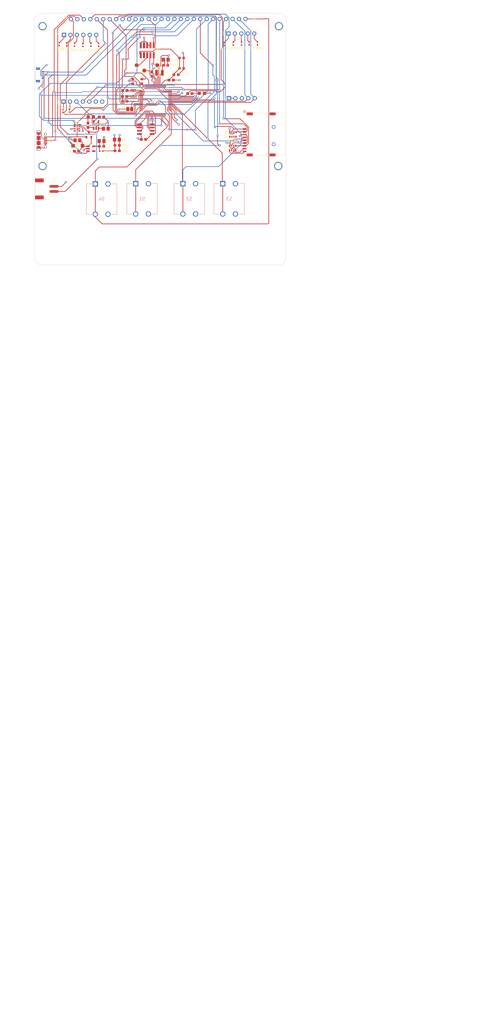
<source format=kicad_pcb>
(kicad_pcb (version 20240108) (generator "pcbnew") (generator_version "8.0")
  (layers (0 "F.Cu" jumper) (1 "In1.Cu" signal "Ground.Cu") (2 "In2.Cu" signal "3.3V.Cu") (31 "B.Cu" signal) (34 "B.Paste" user) (35 "F.Paste" user) (36 "B.SilkS" user "B.Silkscreen") (37 "F.SilkS" user "F.Silkscreen") (38 "B.Mask" user) (39 "F.Mask" user) (44 "Edge.Cuts" user))
  (net 0 "")
  (net 1 "GND")
  (net 2 "/~{RESET}")
  (net 3 "Net-(L2-1)")
  (net 4 "Net-(U$1A-PA01{slash}EINT1{slash}SERCOM1.1)")
  (net 5 "Net-(U$1A-PA00{slash}EINT0{slash}SERCOM1.0)")
  (net 6 "+3V3")
  (net 7 "/AREF")
  (net 8 "VBAT")
  (net 9 "Net-(U2-VOUT)")
  (net 10 "VBUS")
  (net 11 "/A1")
  (net 12 "/D4")
  (net 13 "/A4")
  (net 14 "/MOSI")
  (net 15 "/TX_D1")
  (net 16 "/RX_D0")
  (net 17 "/MISO")
  (net 18 "/SCK")
  (net 19 "/A3")
  (net 20 "/A0")
  (net 21 "/A5")
  (net 22 "/A2")
  (net 23 "/D13")
  (net 24 "/D9")
  (net 25 "/SDA")
  (net 26 "/D10")
  (net 27 "/D5")
  (net 28 "/D11")
  (net 29 "/D6")
  (net 30 "/D12")
  (net 31 "/EN")
  (net 32 "/SCL")
  (net 33 "/G4")
  (net 34 "Net-(L2-2)")
  (net 35 "Net-(J1-CD)")
  (net 36 "/D8_NEOPIX")
  (net 37 "/QSPI_CS")
  (net 40 "/V_DIV")
  (net 41 "Net-(J1-DAT1)")
  (net 42 "/SWCLK")
  (net 43 "Net-(J1-VDD)")
  (net 44 "/SWDIO")
  (net 45 "/D+")
  (net 48 "/QSPI_DATA[1]")
  (net 49 "/QSPI_DATA[0]")
  (net 52 "/QSPI_DATA[2]")
  (net 58 "/QSPI_DATA[3]")
  (net 64 "/QSPI_SCK")
  (net 65 "/D-")
  (net 68 "/Vin")
  (net 69 "/G3")
  (net 70 "/G5")
  (net 72 "/SWO")
  (net 74 "/G1")
  (net 75 "/G2")
  (net 76 "/RST")
  (net 77 "/SDA{slash}TX")
  (net 78 "/NRESET")
  (net 79 "/SCL{slash}RX1")
  (net 80 "/3D-FIX")
  (net 81 "Net-(Jee1-Pin_2)")
  (net 82 "Net-(Jee1-Pin_1)")
  (net 87 "/1PPS")
  (net 97 "Net-(CHG1-PadC)")
  (net 98 "Net-(L1-PadA)")
  (net 100 "Net-(U3-STAT)")
  (net 101 "Net-(U3-PROG)")
  (footprint "Resistor_SMD:R_Array_Convex_4x0603" (layer "F.Cu") (at 106.1 149.95)
    (property "Reference" "R9")
    (property "Value" "100K")
  )
  (footprint "footprintLibrary:RES_1005_SAM" (layer "F.Cu") (at 166.95 155.05)
    (property "Reference" "R21")
    (property "Value" "0 R")
  )
  (footprint "footprintLibrary:RES_1005_SAM" (layer "F.Cu") (at 100.65 143.35 -90)
    (property "Reference" "R11")
    (property "Value" "0 R")
  )
  (footprint "Capacitor_SMD:C_0603_1608Metric_Pad1.08x0.95mm_HandSolder" (layer "F.Cu") (at 121.9125 159.0125)
    (property "Reference" "C11")
    (property "Value" "1uF")
  )
  (footprint "Package_QFP:TQFP-64_10x10mm_P0.5mm" (layer "F.Cu") (at 137.05 139.2)
    (property "Reference" "U$1")
    (property "Value" "ATSAMD51J19A-AUT")
  )
  (footprint "Capacitor_SMD:C_0603_1608Metric_Pad1.08x0.95mm_HandSolder" (layer "F.Cu") (at 121.9 156.8625)
    (property "Reference" "C10")
    (property "Value" "1uF")
  )
  (footprint "footprintLibrary:LED3535" (layer "F.Cu") (at 129.8 131.7 180)
    (property "Reference" "LED1")
    (property "Value" "WS2812B3535")
  )
  (footprint "footprintLibrary:1X12_ROUND" (layer "F.Cu") (at 117.69 107.25)
    (property "Reference" "JP3")
    (property "Value" "Conn_01x12")
  )
  (footprint "footprintLibrary:MOUNTINGHOLE_2.5_PLATED" (layer "F.Cu") (at 185.55 110)
    (property "Reference" "P$4" (hide yes))
    (property "Value" "MountingHole" (hide yes))
  )
  (footprint "footprintLibrary:RES_1005_SAM" (layer "F.Cu") (at 163.99 116.9972 -90)
    (property "Reference" "R19")
    (property "Value" "0 R")
  )
  (footprint "footprintLibrary:0805-NO" (layer "F.Cu") (at 140.9875 123.15625)
    (property "Reference" "C13")
    (property "Value" "10µF")
  )
  (footprint "Package_TO_SOT_SMD:SOT-23-5" (layer "F.Cu") (at 111.5625 158.2)
    (property "Reference" "U2")
    (property "Value" "AP2112-3.3")
  )
  (footprint "Capacitor_SMD:C_0603_1608Metric_Pad1.08x0.95mm_HandSolder" (layer "F.Cu") (at 140.9375 125.40625)
    (property "Reference" "C15")
    (property "Value" "1uF")
  )
  (footprint "footprintLibrary:0603-NO" (layer "F.Cu") (at 132.25 154.53)
    (property "Reference" "R5")
    (property "Value" "10K")
  )
  (footprint "footprintLibrary:RES_1005_SAM" (layer "F.Cu") (at 105.1 117.2972 -90)
    (property "Reference" "R15")
    (property "Value" "0 R")
  )
  (footprint "footprintLibrary:RES_1005_SAM" (layer "F.Cu") (at 108.4 117.4 -90)
    (property "Reference" "R16")
    (property "Value" "0 R")
  )
  (footprint "footprintLibrary:R_Array_Convex_4x0603" (layer "F.Cu") (at 167.45 152.55 90)
    (property "Reference" "RN1")
    (property "Value" "R_Pack04_SIP")
  )
  (footprint "footprintLibrary:RES_1005_SAM" (layer "F.Cu") (at 177.14 116.7972 -90)
    (property "Reference" "R24")
    (property "Value" "0 R")
  )
  (footprint "footprintLibrary:MEM2075-00-140-01-A_GCT" (layer "F.Cu") (at 179.8 152.55 90)
    (property "Reference" "J1")
    (property "Value" "MEM2075-00-140-01-A")
  )
  (footprint "footprintLibrary:R_Array_Convex_4x0603" (layer "F.Cu") (at 167.35 157.9 90)
    (property "Reference" "RN2")
    (property "Value" "R_Pack04_SIP")
  )
  (footprint "footprintLibrary:SOT23-R" (layer "F.Cu") (at 110.7625 152.6625)
    (property "Reference" "Q3")
    (property "Value" "DMP2070UQ-7")
  )
  (footprint "footprintLibrary:0603-NO" (layer "F.Cu") (at 150.5 136.5)
    (property "Reference" "R7")
    (property "Value" "2.2K")
  )
  (footprint "footprintLibrary:TESTPOINT_ROUND_1.5MM" (layer "F.Cu") (at 132.6 127.45 90)
    (property "Reference" "TP1")
    (property "Value" "TESTPOINTROUND1.5MM")
  )
  (footprint "Connector_PinHeader_2.54mm:PinHeader_1x05_P2.54mm_Vertical" (layer "F.Cu") (at 165.89 138.35 90)
    (property "Reference" "J7")
    (property "Value" "Conn_01x05_Pin")
  )
  (footprint "footprintLibrary:CHIPLED_0805_NOOUTLINE" (layer "F.Cu") (at 155.228 136.416 -90)
    (property "Reference" "L1")
    (property "Value" "RED")
  )
  (footprint "footprintLibrary:TESTPOINT_ROUND_1.5MM" (layer "F.Cu") (at 129.6 125.35 90)
    (property "Reference" "TP5")
    (property "Value" "TESTPOINTROUND1.5MM")
  )
  (footprint "Connector_JST:JST_PH_S2B-PH-SM4-TB_1x02-1MP_P2.00mm_Horizontal" (layer "F.Cu") (at 94.2 174 -90)
    (property "Reference" "X1")
    (property "Value" "JSTPH")
  )
  (footprint "footprintLibrary:0805-NO" (layer "F.Cu") (at 115.7625 155.1625)
    (property "Reference" "C8")
    (property "Value" "10µF")
  )
  (footprint "Capacitor_SMD:C_0603_1608Metric_Pad1.08x0.95mm_HandSolder" (layer "F.Cu") (at 145.0875 129.1)
    (property "Reference" "C12")
    (property "Value" "1uF")
  )
  (footprint "footprintLibrary:0603-NO" (layer "F.Cu") (at 110.4125 148.9625 -90)
    (property "Reference" "R2")
    (property "Value" "1K")
  )
  (footprint "footprintLibrary:0603-NO" (layer "F.Cu") (at 115.7625 145.6625)
    (property "Reference" "R8")
    (property "Value" "10K")
  )
  (footprint "Capacitor_SMD:C_0603_1608Metric_Pad1.08x0.95mm_HandSolder" (layer "F.Cu") (at 115.7625 157.2625)
    (property "Reference" "C7")
    (property "Value" "1uF")
  )
  (footprint "Connector_PinHeader_2.54mm:PinHeader_1x06_P2.54mm_Vertical" (layer "F.Cu") (at 100.96 113.4 90)
    (property "Reference" "J4")
    (property "Value" "Conn_01x06_Pin")
  )
  (footprint "Connector_PinHeader_1.27mm:PinHeader_2x05_P1.27mm_Vertical_SMD" (layer "F.Cu") (at 133.73 119.45 -90)
    (property "Reference" "J6")
    (property "Value" "~")
  )
  (footprint "footprintLibrary:CHIPLED_0805_NOOUTLINE" (layer "F.Cu") (at 111.5125 145.6125 90)
    (property "Reference" "CHG1")
    (property "Value" "ORANGE")
  )
  (footprint "footprintLibrary:0805-NO" (layer "F.Cu") (at 121.8125 154.6125)
    (property "Reference" "C5")
    (property "Value" "10µF")
  )
  (footprint "footprintLibrary:0603-NO" (layer "F.Cu") (at 135.55 128.85 -90)
    (property "Reference" "R6")
    (property "Value" "10K")
  )
  (footprint "footprintLibrary:RES_1005_SAM" (layer "F.Cu") (at 111.6 117.25 -90)
    (property "Reference" "R17")
    (property "Value" "0 R")
  )
  (footprint "footprintLibrary:RES_1005_SAM" (layer "F.Cu") (at 170.84 116.8472 -90)
    (property "Reference" "R22")
    (property "Value" "0 R")
  )
  (footprint "footprintLibrary:0805-NO" (layer "F.Cu") (at 117.4125 150.3125)
    (property "Reference" "C3")
    (property "Value" "10µF")
  )
  (footprint "footprintLibrary:0603-NO" (layer "F.Cu") (at 143.15 131.2 180)
    (property "Reference" "R4")
    (property "Value" "10K")
  )
  (footprint "Package_SO:SOIC-8_3.9x4.9mm_P1.27mm" (layer "F.Cu") (at 133.175 150.495 180)
    (property "Reference" "U1")
    (property "Value" "2MB Flash")
  )
  (footprint "footprintLibrary:MOUNTINGHOLE_2.5_PLATED" (layer "F.Cu") (at 92.55 110)
    (property "Reference" "P$1" (hide yes))
    (property "Value" "MountingHole" (hide yes))
  )
  (footprint "footprintLibrary:SOLDERJUMPER_CLOSEDWIRE" (layer "F.Cu") (at 126.85 142.6 180)
    (property "Reference" "SJ1")
    (property "Value" "SOLDERJUMPERCLOSED")
  )
  (footprint "footprintLibrary:TESTPOINT_ROUND_1.5MM" (layer "F.Cu") (at 137.7 125.35 90)
    (property "Reference" "TP2")
    (property "Value" "TESTPOINTROUND1.5MM")
  )
  (footprint "Connector_PinHeader_2.54mm:PinHeader_1x05_P2.54mm_Vertical" (layer "F.Cu") (at 165.68 112.9 90)
    (property "Reference" "J5")
    (property "Value" "Conn_01x05_Pin")
  )
  (footprint "footprintLibrary:RES_1005_SAM" (layer "F.Cu") (at 114.6 117.3 -90)
    (property "Reference" "R18")
    (property "Value" "0 R")
  )
  (footprint "footprintLibrary:RES_1005_SAM" (layer "F.Cu") (at 99.15 117.0472 -90)
    (property "Reference" "R13")
    (property "Value" "0 R")
  )
  (footprint "footprintLibrary:MOUNTINGHOLE_2.5_PLATED" (layer "F.Cu") (at 92.55 165.000287)
    (property "Reference" "P$2" (hide yes))
    (property "Value" "MountingHole" (hide yes))
  )
  (footprint "footprintLibrary:RES_1005_SAM" (layer "F.Cu") (at 102.05 117.1972 -90)
    (property "Reference" "R14")
    (property "Value" "0 R")
  )
  (footprint "footprintLibrary:RES_1005_SAM" (layer "F.Cu") (at 173.84 116.7472 -90)
    (property "Reference" "R23")
    (property "Value" "0 R")
  )
  (footprint "footprintLibrary:INDUCTOR_1007" (layer "F.Cu") (at 138.55 128.3 180)
    (property "Reference" "L2")
    (property "Value" "10uH")
  )
  (footprint "footprintLibrary:RES_1005_SAM" (layer "F.Cu") (at 103.15 143.3028 90)
    (property "Reference" "R12")
    (property "Value" "0 R")
  )
  (footprint "footprintLibrary:RES_1005_SAM" (layer "F.Cu") (at 167.59 116.8472 -90)
    (property "Reference" "R20")
    (property "Value" "0 R")
  )
  (footprint "footprintLibrary:0603-NO" (layer "F.Cu") (at 105.9125 159.1625 180)
    (property "Reference" "R3")
    (property "Value" "10K")
  )
  (footprint "footprintLibrary:0603-NO" (layer "F.Cu") (at 124.8 137.65 180)
    (property "Reference" "C4")
    (property "Value" "22pF")
  )
  (footprint "footprintLibrary:BTN_KMR2_4.6X2.8" (layer "F.Cu") (at 147.25 124.55 90)
    (property "Reference" "SW1" (hide yes))
    (property "Value" "KMR2" (hide yes))
  )
  (footprint "footprintLibrary:0603-NO" (layer "F.Cu") (at 124.9 135.25 180)
    (property "Reference" "C2" (hide yes))
    (property "Value" "22pF")
  )
  (footprint "footprintLibrary:XTAL3215" (layer "F.Cu") (at 128.2 136.4 90)
    (property "Reference" "X2")
    (property "Value" "32.768 kHz")
  )
  (footprint "footprintLibrary:MOUNTINGHOLE_2.5_PLATED" (layer "F.Cu") (at 185.284797 165.000287)
    (property "Reference" "P$3" (hide yes))
    (property "Value" "MountingHole" (hide yes))
  )
  (footprint "Connector_PinHeader_2.54mm:PinHeader_1x07_P2.54mm_Vertical" (layer "F.Cu") (at 100.78 139.65 90)
    (property "Reference" "Jee1")
    (property "Value" "Conn_01x07_Pin")
  )
  (footprint "footprintLibrary:0805-NO" (layer "F.Cu") (at 106.2625 154.8625 180)
    (property "Reference" "C6")
    (property "Value" "10µF")
  )
  (footprint "Capacitor_SMD:C_0603_1608Metric_Pad1.08x0.95mm_HandSolder" (layer "F.Cu") (at 124.9 139.55 180)
    (property "Reference" "C14")
    (property "Value" "1uF")
  )
  (footprint "footprintLibrary:RES_1005_SAM" (layer "F.Cu") (at 115.6097 159.1625 180)
    (property "Reference" "R10")
    (property "Value" "0 R")
  )
  (footprint "footprintLibrary:SOD-123" (layer "F.Cu") (at 106.4125 157.0125 180)
    (property "Reference" "D4")
    (property "Value" "MBR120")
  )
  (footprint "footprintLibrary:SOT23-5" (layer "F.Cu") (at 113.6125 148.8626)
    (property "Reference" "U3")
    (property "Value" "MCP73831T-2ACI/OT")
  )
  (footprint "footprintLibrary:1X16_ROUND" (layer "F.Cu") (at 153.34 107.15 180)
    (property "Reference" "JP1")
    (property "Value" "Conn_01x16")
  )
  (footprint "Connector_USB:USB_Micro-B_Amphenol_10118194_Horizontal" (layer "F.Cu") (at 92.3 154.95 -90)
    (property "Reference" "X3")
    (property "Value" "microUSB 2.0 B")
  )
  (footprint "footprints:CONN4X1_DF52-4S-0.8H21_HIR" (layer "B.Cu") (at 91.185701 129.15 90)
    (property "Reference" "J2")
    (property "Value" "Conn_01x04")
  )
  (footprint "footprintLibrary:PRT14460" (layer "B.Cu") (at 113.3 172.05 180)
    (property "Reference" "S4")
    (property "Value" "PRT-14460" (hide yes))
  )
  (footprint "footprintLibrary:PRT14460" (layer "B.Cu") (at 163.45 171.95 180)
    (property "Reference" "S3")
    (property "Value" "PRT-14460" (hide yes))
  )
  (footprint "footprintLibrary:PRT14460" (layer "B.Cu") (at 129.2 171.95 180)
    (property "Reference" "S1")
    (property "Value" "PRT-14460" (hide yes))
  )
  (footprint "footprintLibrary:PRT14460" (layer "B.Cu") (at 147.7662 171.9484 180)
    (property "Reference" "S2")
    (property "Value" "PRT-14460" (hide yes))
  )
  (gr_line (start 185.4 203.9) (end 92.4 203.9) (stroke (width 0.1)) (layer "Edge.Cuts"))
  (gr_arc (start 188.4 200.9) (mid 187.52132 203.02132) (end 185.4 203.9) (stroke (width 0.1)) (layer "Edge.Cuts"))
  (gr_arc (start 185.4 104.9) (mid 187.52132 105.77868) (end 188.4 107.9) (stroke (width 0.1)) (layer "Edge.Cuts"))
  (gr_line (start 89.4 200.9) (end 89.4 107.9) (stroke (width 0.1)) (layer "Edge.Cuts"))
  (gr_line (start 188.4 107.9) (end 188.4 200.9) (stroke (width 0.1)) (layer "Edge.Cuts"))
  (gr_line (start 92.4 104.9) (end 185.4 104.9) (stroke (width 0.1)) (layer "Edge.Cuts"))
  (gr_arc (start 89.4 107.9) (mid 90.27868 105.77868) (end 92.4 104.9) (stroke (width 0.1)) (layer "Edge.Cuts"))
  (gr_arc (start 92.4 203.9) (mid 90.27868 203.02132) (end 89.4 200.9) (stroke (width 0.1)) (layer "Edge.Cuts"))
  (segment (start 148.05 127) (end 145.95 129.1) (width 0.25) (layer "F.Cu") (net 1))
  (segment (start 143.5 144.400057) (end 143.5 143.7375) (width 0.25) (layer "F.Cu") (net 1))
  (segment (start 113.6125 149.5877) (end 114.7002 148.5) (width 0.25) (layer "F.Cu") (net 1))
  (segment (start 132.5 114.5) (end 132.5 114.25) (width 0.25) (layer "F.Cu") (net 1))
  (segment (start 131.3875 138.45) (end 132.192764 138.45) (width 0.25) (layer "F.Cu") (net 1))
  (segment (start 132.5 115.975) (end 132.5 114.5) (width 0.25) (layer "F.Cu") (net 1))
  (segment (start 146.1 148.7) (end 143.571321 146.171321) (width 0.25) (layer "F.Cu") (net 1))
  (segment (start 108.4 150.3) (end 108.4 151.25) (width 0.25) (layer "F.Cu") (net 1))
  (segment (start 116.7125 153.6375) (end 116.7125 153.6125) (width 0.25) (layer "F.Cu") (net 1))
  (segment (start 116.625 157.2625) (end 116.625 155.25) (width 0.25) (layer "F.Cu") (net 1))
  (segment (start 170.604999 152.645001) (end 170.2 153.05) (width 0.25) (layer "F.Cu") (net 1))
  (segment (start 93.7 156.25) (end 93.7 157.45) (width 0.25) (layer "F.Cu") (net 1))
  (segment (start 108.8 158.75) (end 108.8 158.8) (width 0.25) (layer "F.Cu") (net 1))
  (segment (start 118.3625 147.4375) (end 118.3625 147.4125) (width 0.25) (layer "F.Cu") (net 1))
  (segment (start 118.35 147.45) (end 118.3625 147.4375) (width 0.25) (layer "F.Cu") (net 1))
  (segment (start 131.3875 138.45) (end 134.6 138.45) (width 0.25) (layer "F.Cu") (net 1))
  (segment (start 91 158.45) (end 91 157.85) (width 0.25) (layer "F.Cu") (net 1))
  (segment (start 173.0787 153.274801) (end 173.0787 155.7213) (width 0.25) (layer "F.Cu") (net 1))
  (segment (start 139.674695 135.95) (end 142.7125 135.95) (width 0.25) (layer "F.Cu") (net 1))
  (segment (start 103.75 150.45) (end 103.9 150.45) (width 0.25) (layer "F.Cu") (net 1))
  (segment (start 116.7125 153.6625) (end 116.7 153.65) (width 0.25) (layer "F.Cu") (net 1))
  (segment (start 101.8 171.3) (end 101.75 171.35) (width 0.25) (layer "F.Cu") (net 1))
  (segment (start 135.85 139.7) (end 135.825 139.675) (width 0.25) (layer "F.Cu") (net 1))
  (segment (start 142.25 121.5) (end 142.25 121.25) (width 0.25) (layer "F.Cu") (net 1))
  (segment (start 103.6 154.2) (end 103.65 154.25) (width 0.25) (layer "F.Cu") (net 1))
  (segment (start 138.3 133.5375) (end 138.3 134.575305) (width 0.25) (layer "F.Cu") (net 1))
  (segment (start 148.05 126.6) (end 148.05 127) (width 0.25) (layer "F.Cu") (net 1))
  (segment (start 91 152.05) (end 91 153.95) (width 0.25) (layer "F.Cu") (net 1))
  (segment (start 156.278 136.416) (end 158.5 136.25) (width 0.25) (layer "F.Cu") (net 1))
  (segment (start 124.0375 139.55) (end 124.0375 137.7375) (width 0.25) (layer "F.Cu") (net 1))
  (segment (start 126.725 132.575) (end 124.05 135.25) (width 0.25) (layer "F.Cu") (net 1))
  (segment (start 142 121.5) (end 142.25 121.5) (width 0.25) (layer "F.Cu") (net 1))
  (segment (start 135.65 148.59) (end 135.8 148.44) (width 0.25) (layer "F.Cu") (net 1))
  (segment (start 148.05 122.5) (end 148.05 126.6) (width 0.25) (layer "F.Cu") (net 1))
  (segment (start 101.7 171.3) (end 101.8 171.3) (width 0.25) (layer "F.Cu") (net 1))
  (segment (start 122.9 152.8) (end 122.9 153) (width 0.25) (layer "F.Cu") (net 1))
  (segment (start 133.73 116.73) (end 133.73 117.5) (width 0.25) (layer "F.Cu") (net 1))
  (segment (start 132.5 115.975) (end 132.975 115.975) (width 0.25) (layer "F.Cu") (net 1))
  (segment (start 158.416 136.416) (end 158.5 136.5) (width 0.25) (layer "F.Cu") (net 1))
  (segment (start 118.3625 147.4125) (end 116.6125 145.6625) (width 0.25) (layer "F.Cu") (net 1))
  (segment (start 124 136.5) (end 123.95 136.45) (width 0.25) (layer "F.Cu") (net 1))
  (segment (start 103.65 154.25) (end 103.6 154.25) (width 0.25) (layer "F.Cu") (net 1))
  (segment (start 122.7625 156.8625) (end 122.7625 154.6125) (width 0.25) (layer "F.Cu") (net 1))
  (segment (start 141.9375 123.15625) (end 141.9375 121.5625) (width 0.25) (layer "F.Cu") (net 1))
  (segment (start 170.2 153.05) (end 170.2 153.15) (width 0.25) (layer "F.Cu") (net 1))
  (segment (start 118.3625 147.4625) (end 118.35 147.45) (width 0.25) (layer "F.Cu") (net 1))
  (segment (start 170.1 153.15) (end 170.2 153.05) (width 0.25) (layer "F.Cu") (net 1))
  (segment (start 132.975 115.975) (end 133.73 116.73) (width 0.25) (layer "F.Cu") (net 1))
  (segment (start 117.3 148.5) (end 118.35 147.45) (width 0.25) (layer "F.Cu") (net 1))
  (segment (start 122.7625 153.1375) (end 122.9 152.8) (width 0.25) (layer "F.Cu") (net 1))
  (segment (start 158.5 136.25) (end 158.416 136.416) (width 0.25) (layer "F.Cu") (net 1))
  (segment (start 110.425 158.2) (end 109.35 158.2) (width 0.25) (layer "F.Cu") (net 1))
  (segment (start 108.75 158.8) (end 108.75 158.8) (width 0.25) (layer "F.Cu") (net 1))
  (segment (start 134.6 138.45) (end 135.825 139.675) (width 0.25) (layer "F.Cu") (net 1))
  (segment (start 139.67375 121.5) (end 142.25 121.5) (width 0.25) (layer "F.Cu") (net 1))
  (segment (start 105.2 150.35) (end 104 150.35) (width 0.25) (layer "F.Cu") (net 1))
  (segment (start 172.0552 152.645001) (end 170.604999 152.645001) (width 0.25) (layer "F.Cu") (net 1))
  (segment (start 172.855 155.945) (end 172.0552 155.945) (width 0.25) (layer "F.Cu") (net 1))
  (segment (start 143.571321 146.171321) (end 143.519967 144.418887) (width 0.25) (layer "F.Cu") (net 1))
  (segment (start 136.15 147) (end 136.2 146.9) (width 0.25) (layer "F.Cu") (net 1))
  (segment (start 118.3625 150.3125) (end 118.3625 147.4625) (width 0.25) (layer "F.Cu") (net 1))
  (segment (start 124.0375 137.7375) (end 123.95 137.65) (width 0.25) (layer "F.Cu") (net 1))
  (segment (start 103.6 154.25) (end 103.6 154.2) (width 0.25) (layer "F.Cu") (net 1))
  (segment (start 123.95 136.55) (end 124 136.5) (width 0.25) (layer "F.Cu") (net 1))
  (segment (start 109.35 158.2) (end 108.8 158.75) (width 0.25) (layer "F.Cu") (net 1))
  (segment (start 114.7002 148.5) (end 117.3 148.5) (width 0.25) (layer "F.Cu") (net 1))
  (segment (start 135.825 139.675) (end 135.825 139.7) (width 0.25) (layer "F.Cu") (net 1))
  (segment (start 108.8 158.8) (end 108.75 158.8) (width 0.25) (layer "F.Cu") (net 1))
  (segment (start 100.1 173) (end 101.7 171.4) (width 0.25) (layer "F.Cu") (net 1))
  (segment (start 91 155.95) (end 91 157.85) (width 0.25) (layer "F.Cu") (net 1))
  (segment (start 173.0787 155.7213) (end 172.855 155.945) (width 0.25) (layer "F.Cu") (net 1))
  (segment (start 135.8 146.9) (end 135.8 144.8625) (width 0.25) (layer "F.Cu") (net 1))
  (segment (start 148.05 121.05) (end 147.75 120.5) (width 0.25) (layer "F.Cu") (net 1))
  (segment (start 172.4489 152.645001) (end 173.0787 153.274801) (width 0.25) (layer "F.Cu") (net 1))
  (segment (start 147.75 120.5) (end 147.75 120.75) (width 0.25) (layer "F.Cu") (net 1))
  (segment (start 135.8 148.44) (end 135.8 146.9) (width 0.25) (layer "F.Cu") (net 1))
  (segment (start 131.19 116.67) (end 131.885 115.975) (width 0.25) (layer "F.Cu") (net 1))
  (segment (start 116.7125 155.1625) (end 116.7125 153.6625) (width 0.25) (layer "F.Cu") (net 1))
  (segment (start 91 153.95) (end 91 155.95) (width 0.25) (layer "F.Cu") (net 1))
  (segment (start 123.95 135.35) (end 124.05 135.25) (width 0.25) (layer "F.Cu") (net 1))
  (segment (start 97.05 173) (end 100.1 173) (width 0.25) (layer "F.Cu") (net 1))
  (segment (start 138.3 126.27028) (end 139.0925 125.47778) (width 0.25) (layer "F.Cu") (net 1))
  (segment (start 101.7 171.4) (end 101.7 171.3) (width 0.25) (layer "F.Cu") (net 1))
  (segment (start 141.9375 121.5625) (end 142 121.5) (width 0.25) (layer "F.Cu") (net 1))
  (segment (start 141.8 125.40625) (end 141.8 123.29375) (width 0.25) (layer "F.Cu") (net 1))
  (segment (start 123.95 136.45) (end 123.95 135.35) (width 0.25) (layer "F.Cu") (net 1))
  (segment (start 141.8 123.29375) (end 141.9375 123.15625) (width 0.25) (layer "F.Cu") (net 1))
  (segment (start 143.5 143.7375) (end 142.7125 142.95) (width 0.25) (layer "F.Cu") (net 1))
  (segment (start 105.3125 154.8625) (end 104.2625 154.8625) (width 0.25) (layer "F.Cu") (net 1))
  (segment (start 133.73 117.5) (end 135 117.5) (width 0.25) (layer "F.Cu") (net 1))
  (segment (start 135.8 146.9) (end 136.15 147) (width 0.25) (layer "F.Cu") (net 1))
  (segment (start 104.2625 154.8625) (end 103.65 154.25) (width 0.25) (layer "F.Cu") (net 1))
  (segment (start 172.0552 152.645001) (end 172.4489 152.645001) (width 0.25) (layer "F.Cu") (net 1))
  (segment (start 107 149.55) (end 107.65 149.55) (width 0.25) (layer "F.Cu") (net 1))
  (segment (start 148.05 122.5) (end 148.05 121.05) (width 0.25) (layer "F.Cu") (net 1))
  (segment (start 128.05 132.575) (end 126.725 132.575) (width 0.25) (layer "F.Cu") (net 1))
  (segment (start 116.7 153.65) (end 116.7125 153.6375) (width 0.25) (layer "F.Cu") (net 1))
  (segment (start 122.775 159.0125) (end 122.775 156.875) (width 0.25) (layer "F.Cu") (net 1))
  (segment (start 135.825 139.7) (end 135.85 139.7) (width 0.25) (layer "F.Cu") (net 1))
  (segment (start 107.65 149.55) (end 108.4 150.3) (width 0.25) (layer "F.Cu") (net 1))
  (segment (start 138.3 134.575305) (end 139.674695 135.95) (width 0.25) (layer "F.Cu") (net 1))
  (segment (start 122.775 156.875) (end 122.7625 156.8625) (width 0.25) (layer "F.Cu") (net 1))
  (segment (start 131.885 115.975) (end 132.5 115.975) (width 0.25) (layer "F.Cu") (net 1))
  (segment (start 91 157.85) (end 93.3 157.85) (width 0.25) (layer "F.Cu") (net 1))
  (segment (start 104 150.35) (end 103.75 150.45) (width 0.25) (layer "F.Cu") (net 1))
  (segment (start 113.6125 150.1627) (end 113.6125 149.5877) (width 0.25) (layer "F.Cu") (net 1))
  (segment (start 170.2 153.15) (end 170.1 153.15) (width 0.25) (layer "F.Cu") (net 1))
  (segment (start 93.3 157.85) (end 93.7 157.45) (width 0.25) (layer "F.Cu") (net 1))
  (segment (start 142.25 121.25) (end 142.25 121.25) (width 0.25) (layer "F.Cu") (net 1))
  (segment (start 139.0925 122.08125) (end 139.67375 121.5) (width 0.25) (layer "F.Cu") (net 1))
  (segment (start 143.519967 144.418887) (end 143.5 144.400057) (width 0.25) (layer "F.Cu") (net 1))
  (segment (start 116.625 155.25) (end 116.7125 155.1625) (width 0.25) (layer "F.Cu") (net 1))
  (segment (start 122.7625 154.6125) (end 122.7625 153.1375) (width 0.25) (layer "F.Cu") (net 1))
  (segment (start 123.95 137.65) (end 123.95 136.55) (width 0.25) (layer "F.Cu") (net 1))
  (segment (start 139.0925 125.47778) (end 139.0925 122.08125) (width 0.25) (layer "F.Cu") (net 1))
  (segment (start 131.19 117.5) (end 131.19 116.67) (width 0.25) (layer "F.Cu") (net 1))
  (segment (start 91 151.45) (end 91 152.05) (width 0.25) (layer "F.Cu") (net 1))
  (segment (start 138.3 133.5375) (end 138.3 126.27028) (width 0.25) (layer "F.Cu") (net 1))
  (via (at 101.7 171.3) (size 0.8) (drill 0.4) (layers "F.Cu" "B.Cu") (net 1))
  (via (at 147.75 120.5) (size 0.8) (drill 0.4) (layers "F.Cu" "B.Cu") (net 1))
  (via (at 135.825 139.7) (size 0.8) (drill 0.4) (layers "F.Cu" "B.Cu") (net 1))
  (via (at 116.7 153.65) (size 0.8) (drill 0.4) (layers "F.Cu" "B.Cu") (net 1))
  (via (at 122.9 152.8) (size 0.8) (drill 0.4) (layers "F.Cu" "B.Cu") (net 1))
  (via (at 91.05 134.5) (size 0.8) (drill 0.4) (layers "F.Cu" "B.Cu") (net 1))
  (via (at 103.75 150.45) (size 0.8) (drill 0.4) (layers "F.Cu" "B.Cu") (net 1))
  (via (at 108.4 151.25) (size 0.8) (drill 0.4) (layers "F.Cu" "B.Cu") (net 1))
  (via (at 136.15 147) (size 0.8) (drill 0.4) (layers "F.Cu" "B.Cu") (net 1))
  (via (at 124 136.5) (size 0.8) (drill 0.4) (layers "F.Cu" "B.Cu") (net 1))
  (via (at 158.5 136.25) (size 0.8) (drill 0.4) (layers "F.Cu" "B.Cu") (net 1))
  (via (at 142.25 121.5) (size 0.8) (drill 0.4) (layers "F.Cu" "B.Cu") (net 1))
  (via (at 132.5 114.5) (size 0.8) (drill 0.4) (layers "F.Cu" "B.Cu") (net 1))
  (via (at 103.6 154.25) (size 0.8) (drill 0.4) (layers "F.Cu" "B.Cu") (net 1))
  (via (at 118.35 147.45) (size 0.8) (drill 0.4) (layers "F.Cu" "B.Cu") (net 1))
  (via (at 108.8 158.8) (size 0.8) (drill 0.4) (layers "F.Cu" "B.Cu") (net 1))
  (via (at 170.2 153.15) (size 0.8) (drill 0.4) (layers "F.Cu" "B.Cu") (net 1))
  (via (at 146.1 148.7) (size 0.8) (drill 0.4) (layers "F.Cu" "B.Cu") (net 1))
  (segment (start 92.65 132.65) (end 91.05 134.25) (width 0.25) (layer "B.Cu") (net 1))
  (segment (start 91.05 134.25) (end 91.05 134.5) (width 0.25) (layer "B.Cu") (net 1))
  (segment (start 92.65 130.35) (end 92.65 132.65) (width 0.25) (layer "B.Cu") (net 1))
  (segment (start 91.05 134.5) (end 90.8 134.5) (width 0.25) (layer "B.Cu") (net 1))
  (segment (start 90.8 134.5) (end 90.9 134.4) (width 0.25) (layer "B.Cu") (net 1))
  (segment (start 140.832236 131.2) (end 139.3 132.732236) (width 0.25) (layer "F.Cu") (net 2))
  (segment (start 136.975 119.015) (end 136.115 119.875) (width 0.25) (layer "F.Cu") (net 2))
  (segment (start 134.29 107.15) (end 136.975 109.835) (width 0.25) (layer "F.Cu") (net 2))
  (segment (start 139.3 132.732236) (end 139.3 133.5375) (width 0.25) (layer "F.Cu") (net 2))
  (segment (start 136.975 109.835) (end 136.975 119.015) (width 0.25) (layer "F.Cu") (net 2))
  (segment (start 146.45 126.6) (end 144.225 128.825) (width 0.25) (layer "F.Cu") (net 2))
  (segment (start 144.225 128.825) (end 144.225 129.1) (width 0.25) (layer "F.Cu") (net 2))
  (segment (start 136.975 119.015) (end 142.965 119.015) (width 0.25) (layer "F.Cu") (net 2))
  (segment (start 142.965 119.015) (end 146.45 122.5) (width 0.25) (layer "F.Cu") (net 2))
  (segment (start 130.8 121.01) (end 131.19 121.4) (width 0.25) (layer "F.Cu") (net 2))
  (segment (start 146.45 126.6) (end 146.45 122.5) (width 0.25) (layer "F.Cu") (net 2))
  (segment (start 130.8 119.875) (end 130.8 121.01) (width 0.25) (layer "F.Cu") (net 2))
  (segment (start 144.225 129.1) (end 144.225 129.275) (width 0.25) (layer "F.Cu") (net 2))
  (segment (start 144.225 129.275) (end 142.3 131.2) (width 0.25) (layer "F.Cu") (net 2))
  (segment (start 136.115 119.875) (end 130.8 119.875) (width 0.25) (layer "F.Cu") (net 2))
  (segment (start 142.3 131.2) (end 140.832236 131.2) (width 0.25) (layer "F.Cu") (net 2))
  (segment (start 138.8 129.177) (end 138.8 133.5375) (width 0.25) (layer "F.Cu") (net 3))
  (segment (start 139.677 125.80425) (end 140.075 125.40625) (width 0.25) (layer "F.Cu") (net 3))
  (segment (start 140.6 125.4125) (end 140.6375 125.45) (width 0.25) (layer "F.Cu") (net 3))
  (segment (start 139.8375 128.1395) (end 139.677 128.3) (width 0.25) (layer "F.Cu") (net 3))
  (segment (start 140.6 123.2) (end 140.6 125.4125) (width 0.25) (layer "F.Cu") (net 3))
  (segment (start 139.677 128.3) (end 138.8 129.177) (width 0.25) (layer "F.Cu") (net 3))
  (segment (start 139.677 128.3) (end 139.677 125.80425) (width 0.25) (layer "F.Cu") (net 3))
  (segment (start 125.7 137.6) (end 125.65 137.65) (width 0.25) (layer "F.Cu") (net 4))
  (segment (start 128.2 137.6) (end 125.7 137.6) (width 0.25) (layer "F.Cu") (net 4))
  (segment (start 128.2 137.6) (end 129.85 135.95) (width 0.25) (layer "F.Cu") (net 4))
  (segment (start 129.85 135.95) (end 131.3875 135.95) (width 0.25) (layer "F.Cu") (net 4))
  (segment (start 128.15 135.25) (end 128.2 135.2) (width 0.25) (layer "F.Cu") (net 5))
  (segment (start 131.1375 135.2) (end 131.3875 135.45) (width 0.25) (layer "F.Cu") (net 5))
  (segment (start 128.2 135.2) (end 131.1375 135.2) (width 0.25) (layer "F.Cu") (net 5))
  (segment (start 125.75 135.25) (end 128.15 135.25) (width 0.25) (layer "F.Cu") (net 5))
  (segment (start 135.55 128) (end 135.55 127.45) (width 0.25) (layer "F.Cu") (net 6))
  (segment (start 146.2 131.2) (end 146.5 131.25) (width 0.25) (layer "F.Cu") (net 6))
  (segment (start 132.75 130.75) (end 132.825 130.825) (width 0.25) (layer "F.Cu") (net 6))
  (segment (start 166.3972 155.05) (end 166.3972 155.9) (width 0.25) (layer "F.Cu") (net 6))
  (segment (start 167.775 152.375) (end 166.375 152.375) (width 0.25) (layer "F.Cu") (net 6))
  (segment (start 166.3972 155.9) (end 166.3972 156.7528) (width 0.25) (layer "F.Cu") (net 6))
  (segment (start 167.85 152.3) (end 167.775 152.375) (width 0.25) (layer "F.Cu") (net 6))
  (segment (start 135.3 144.8625) (end 135.3 146.65) (width 0.25) (layer "F.Cu") (net 6))
  (segment (start 121.05 159.0125) (end 118.5125 159.0125) (width 0.25) (layer "F.Cu") (net 6))
  (segment (start 146.5 131.25) (end 146.25 131.25) (width 0.25) (layer "F.Cu") (net 6))
  (segment (start 142.7125 142.45) (end 143.517764 142.45) (width 0.25) (layer "F.Cu") (net 6))
  (segment (start 135.3 146.65) (end 135.05 146.9) (width 0.25) (layer "F.Cu") (net 6))
  (segment (start 164.9 155.85) (end 164.9 155.8) (width 0.25) (layer "F.Cu") (net 6))
  (segment (start 122.45 142.85) (end 122.6 142.9) (width 0.25) (layer "F.Cu") (net 6))
  (segment (start 165 155.9) (end 164.95 155.85) (width 0.25) (layer "F.Cu") (net 6))
  (segment (start 164.95 155.85) (end 164.9 155.85) (width 0.25) (layer "F.Cu") (net 6))
  (segment (start 167.85 151.65) (end 167.85 152.3) (width 0.25) (layer "F.Cu") (net 6))
  (segment (start 120.8625 154.6125) (end 120.8 152.8) (width 0.25) (layer "F.Cu") (net 6))
  (segment (start 136.25 114.5) (end 136.27 114.77) (width 0.25) (layer "F.Cu") (net 6))
  (segment (start 120.8 152.8) (end 120.8625 152.7625) (width 0.25) (layer "F.Cu") (net 6))
  (segment (start 166.25 152.25) (end 166.25 151.65) (width 0.25) (layer "F.Cu") (net 6))
  (segment (start 126.088 142.6) (end 122.9 142.6) (width 0.25) (layer "F.Cu") (net 6))
  (segment (start 120.8625 154.6125) (end 120.8625 156.6875) (width 0.25) (layer "F.Cu") (net 6))
  (segment (start 132.825 130.825) (end 132.925 130.825) (width 0.25) (layer "F.Cu") (net 6))
  (segment (start 121.0375 156.8625) (end 121.0375 159) (width 0.25) (layer "F.Cu") (net 6))
  (segment (start 134.5 139.75) (end 134.25 139.5) (width 0.25) (layer "F.Cu") (net 6))
  (segment (start 118.4875 159.0125) (end 116.3125 159.0125) (width 0.25) (layer "F.Cu") (net 6))
  (segment (start 135.55 128) (end 136.375 128.825) (width 0.25) (layer "F.Cu") (net 6))
  (segment (start 166.15 157.45) (end 166.15 157) (width 0.25) (layer "F.Cu") (net 6))
  (segment (start 131.4 153.1) (end 130.7 152.4) (width 0.25) (layer "F.Cu") (net 6))
  (segment (start 167.425 157.975) (end 166.95 158.45) (width 0.25) (layer "F.Cu") (net 6))
  (segment (start 143.517764 142.45) (end 144.35 143.282236) (width 0.25) (layer "F.Cu") (net 6))
  (segment (start 116.3125 159.0125) (end 116.1625 159.1625) (width 0.25) (layer "F.Cu") (net 6))
  (segment (start 131.4 154.53) (end 131.4 153.1) (width 0.25) (layer "F.Cu") (net 6))
  (segment (start 144 131.2) (end 146.2 131.2) (width 0.25) (layer "F.Cu") (net 6))
  (segment (start 135.05 146.9) (end 135.05 147) (width 0.25) (layer "F.Cu") (net 6))
  (segment (start 131.4 154.53) (end 130.53 154.53) (width 0.25) (layer "F.Cu") (net 6))
  (segment (start 135.55 127.45) (end 136.5 126.5) (width 0.25) (layer "F.Cu") (net 6))
  (segment (start 166.3972 155.9) (end 165 155.9) (width 0.25) (layer "F.Cu") (net 6))
  (segment (start 166.25 151.65) (end 166.25 150.3) (width 0.25) (layer "F.Cu") (net 6))
  (segment (start 144.35 143.282236) (end 144.35 145.8) (width 0.25) (layer "F.Cu") (net 6))
  (segment (start 164.9 155.8) (end 164.9 155.8) (width 0.25) (layer "F.Cu") (net 6))
  (segment (start 131.55 130.825) (end 132.675 130.825) (width 0.25) (layer "F.Cu") (net 6))
  (segment (start 121.0375 159) (end 121.05 159.0125) (width 0.25) (layer "F.Cu") (net 6))
  (segment (start 129.2 145.225) (end 129.2 145.1375) (width 0.25) (layer "F.Cu") (net 6))
  (segment (start 144.35 145.8) (end 145.4 146.85) (width 0.25) (layer "F.Cu") (net 6))
  (segment (start 166.95 158.45) (end 166.95 158.8) (width 0.25) (layer "F.Cu") (net 6))
  (segment (start 137.3 130.813604) (end 137.3 133.5375) (width 0.25) (layer "F.Cu") (net 6))
  (segment (start 168.43 138.35) (end 165.89 138.35) (width 0.25) (layer "F.Cu") (net 6))
  (segment (start 136.375 128.825) (end 136.375 129.888604) (width 0.25) (layer "F.Cu") (net 6))
  (segment (start 167.425 157.975) (end 166.675 157.975) (width 0.25) (layer "F.Cu") (net 6))
  (segment (start 166.15 150.2) (end 166.15 150.15) (width 0.25) (layer "F.Cu") (net 6))
  (segment (start 166.375 152.375) (end 166.25 152.25) (width 0.25) (layer "F.Cu") (net 6))
  (segment (start 132.675 130.825) (end 132.75 130.75) (width 0.25) (layer "F.Cu") (net 6))
  (segment (start 131.3875 138.95) (end 132.192764 138.95) (width 0.25) (layer "F.Cu") (net 6))
  (segment (start 136.375 129.888604) (end 137.3 130.813604) (width 0.25) (layer "F.Cu") (net 6))
  (segment (start 166.3972 156.7528) (end 166.15 157) (width 0.25) (layer "F.Cu") (net 6))
  (segment (start 167.75 157.6) (end 167.75 157.65) (width 0.25) (layer "F.Cu") (net 6))
  (segment (start 136.27 117.5) (end 136.25 114.5) (width 0.25) (layer "F.Cu") (net 6))
  (segment (start 145.4 146.85) (end 145.35 146.8) (width 0.25) (layer "F.Cu") (net 6))
  (segment (start 130.53 154.53) (end 130 154) (width 0.25) (layer "F.Cu") (net 6))
  (segment (start 168.55 158.8) (end 168.55 158.4) (width 0.25) (layer "F.Cu") (net 6))
  (segment (start 140.2 135.45) (end 139.75 135) (width 0.25) (layer "F.Cu") (net 6))
  (segment (start 118.5125 159.0125) (end 118.5 159) (width 0.25) (layer "F.Cu") (net 6))
  (segment (start 166.25 150.3) (end 166.15 150.2) (width 0.25) (layer "F.Cu") (net 6))
  (segment (start 120.8625 156.6875) (end 121.0375 156.8625) (width 0.25) (layer "F.Cu") (net 6))
  (segment (start 166.675 157.975) (end 166.15 157.45) (width 0.25) (layer "F.Cu") (net 6))
  (segment (start 166.1 150.15) (end 166.1 150.15) (width 0.25) (layer "F.Cu") (net 6))
  (segment (start 135.05 147) (end 134.95 147) (width 0.25) (layer "F.Cu") (net 6))
  (segment (start 131.3875 138.95) (end 133.7 138.95) (width 0.25) (layer "F.Cu") (net 6))
  (segment (start 122.9 142.6) (end 122.45 142.85) (width 0.25) (layer "F.Cu") (net 6))
  (segment (start 133.7 138.95) (end 134.5 139.75) (width 0.25) (layer "F.Cu") (net 6))
  (segment (start 142.7125 135.45) (end 140.2 135.45) (width 0.25) (layer "F.Cu") (net 6))
  (segment (start 129.2 145.1375) (end 131.3875 142.95) (width 0.25) (layer "F.Cu") (net 6))
  (segment (start 167.75 157) (end 167.75 157.6) (width 0.25) (layer "F.Cu") (net 6))
  (segment (start 168.55 158.4) (end 167.75 157.6) (width 0.25) (layer "F.Cu") (net 6))
  (segment (start 167.75 157.65) (end 167.425 157.975) (width 0.25) (layer "F.Cu") (net 6))
  (segment (start 166.15 150.15) (end 166.1 150.15) (width 0.25) (layer "F.Cu") (net 6))
  (segment (start 118.5 159) (end 118.4875 159.0125) (width 0.25) (layer "F.Cu") (net 6))
  (segment (start 134.95 147) (end 135.05 146.9) (width 0.25) (layer "F.Cu") (net 6))
  (via (at 94.1 125.25) (size 0.8) (drill 0.4) (layers "F.Cu" "B.Cu") (net 6))
  (via (at 122.45 142.85) (size 0.8) (drill 0.4) (layers "F.Cu" "B.Cu") (net 6))
  (via (at 135.05 147) (size 0.8) (drill 0.4) (layers "F.Cu" "B.Cu") (net 6))
  (via (at 130 154) (size 0.8) (drill 0.4) (layers "F.Cu" "B.Cu") (net 6))
  (via (at 129.2 145.225) (size 0.8) (drill 0.4) (layers "F.Cu" "B.Cu") (net 6))
  (via (at 166.15 150.15) (size 0.8) (drill 0.4) (layers "F.Cu" "B.Cu") (net 6))
  (via (at 164.9 155.85) (size 0.8) (drill 0.4) (layers "F.Cu" "B.Cu") (net 6))
  (via (at 120.8 152.8) (size 0.8) (drill 0.4) (layers "F.Cu" "B.Cu") (net 6))
  (via (at 146.5 131.25) (size 0.8) (drill 0.4) (layers "F.Cu" "B.Cu") (net 6))
  (via (at 145.4 146.85) (size 0.8) (drill 0.4) (layers "F.Cu" "B.Cu") (net 6))
  (via (at 136.25 114.5) (size 0.8) (drill 0.4) (layers "F.Cu" "B.Cu") (net 6))
  (via (at 139.75 135) (size 0.8) (drill 0.4) (layers "F.Cu" "B.Cu") (net 6))
  (via (at 132.75 130.75) (size 0.8) (drill 0.4) (layers "F.Cu" "B.Cu") (net 6))
  (via (at 134.5 139.75) (size 0.8) (drill 0.4) (layers "F.Cu" "B.Cu") (net 6))
  (via (at 118.5 159) (size 0.8) (drill 0.4) (layers "F.Cu" "B.Cu") (net 6))
  (via (at 136.5 126.5) (size 0.8) (drill 0.4) (layers "F.Cu" "B.Cu") (net 6))
  (segment (start 91.8043 127.4949) (end 93.9992 125.3) (width 0.25) (layer "B.Cu") (net 6))
  (segment (start 92.65 129.549999) (end 92.012598 129.549999) (width 0.25) (layer "B.Cu") (net 6))
  (segment (start 91.8043 129.341701) (end 91.8043 127.4949) (width 0.25) (layer "B.Cu") (net 6))
  (segment (start 93.9992 125.3) (end 94.1 125.25) (width 0.25) (layer "B.Cu") (net 6))
  (segment (start 92.012598 129.549999) (end 91.8043 129.341701) (width 0.25) (layer "B.Cu") (net 6))
  (segment (start 94.1 125.25) (end 94.1 125.3) (width 0.25) (layer "B.Cu") (net 6))
  (segment (start 128.4 139.55) (end 125.7625 139.55) (width 0.25) (layer "F.Cu") (net 7))
  (segment (start 130.582236 136.95) (end 130.325 137.207236) (width 0.25) (layer "F.Cu") (net 7))
  (segment (start 130.563604 133.8) (end 129.5 132.736396) (width 0.25) (layer "F.Cu") (net 7))
  (segment (start 132.192764 136.95) (end 132.45 136.692764) (width 0.25) (layer "F.Cu") (net 7))
  (segment (start 129.1 131.6) (end 126.5 131.5) (width 0.25) (layer "F.Cu") (net 7))
  (segment (start 132.45 136.692764) (end 132.45 135.207236) (width 0.25) (layer "F.Cu") (net 7))
  (segment (start 126.5 131.5) (end 126.4 131.6) (width 0.25) (layer "F.Cu") (net 7))
  (segment (start 130.325 137.207236) (end 130.325 139.6) (width 0.25) (layer "F.Cu") (net 7))
  (segment (start 129.5 132.736396) (end 129.5 132) (width 0.25) (layer "F.Cu") (net 7))
  (segment (start 131.3875 136.95) (end 130.582236 136.95) (width 0.25) (layer "F.Cu") (net 7))
  (segment (start 129.5 132) (end 129.1 131.6) (width 0.25) (layer "F.Cu") (net 7))
  (segment (start 127.612 140.338) (end 128.4 139.55) (width 0.25) (layer "F.Cu") (net 7))
  (segment (start 131.3875 136.95) (end 132.192764 136.95) (width 0.25) (layer "F.Cu") (net 7))
  (segment (start 128.45 139.6) (end 128.4 139.55) (width 0.25) (layer "F.Cu") (net 7))
  (segment (start 131.042764 133.8) (end 130.563604 133.8) (width 0.25) (layer "F.Cu") (net 7))
  (segment (start 127.612 142.6) (end 127.612 140.338) (width 0.25) (layer "F.Cu") (net 7))
  (segment (start 132.45 135.207236) (end 131.042764 133.8) (width 0.25) (layer "F.Cu") (net 7))
  (segment (start 130.325 139.6) (end 128.45 139.6) (width 0.25) (layer "F.Cu") (net 7))
  (via (at 126.5 131.5) (size 0.8) (drill 0.4) (layers "F.Cu" "B.Cu") (net 7))
  (segment (start 129.7 110.9) (end 131.3 109.3) (width 0.25) (layer "B.Cu") (net 7))
  (segment (start 129.7 128.3) (end 129.7 110.9) (width 0.25) (layer "B.Cu") (net 7))
  (segment (start 126.5 131.5) (end 129.7 128.3) (width 0.25) (layer "B.Cu") (net 7))
  (segment (start 131.3 109.3) (end 137.22 109.3) (width 0.25) (layer "B.Cu") (net 7))
  (segment (start 137.22 109.3) (end 139.37 107.15) (width 0.25) (layer "B.Cu") (net 7))
  (segment (start 110.575 151.6625) (end 110.7625 151.6625) (width 0.25) (layer "F.Cu") (net 8))
  (segment (start 97.05 175) (end 101.4 175) (width 0.25) (layer "F.Cu") (net 8))
  (segment (start 107 148.75) (end 107.6625 148.75) (width 0.25) (layer "F.Cu") (net 8))
  (segment (start 101.4 175) (end 114.15 162.25) (width 0.25) (layer "F.Cu") (net 8))
  (segment (start 113.9127 151.6625) (end 114.5625 151.0127) (width 0.25) (layer "F.Cu") (net 8))
  (segment (start 107.6625 148.75) (end 110.575 151.6625) (width 0.25) (layer "F.Cu") (net 8))
  (segment (start 113.85 151.65) (end 113.8625 151.6625) (width 0.25) (layer "F.Cu") (net 8))
  (segment (start 116.3127 150.1627) (end 116.4625 150.3125) (width 0.25) (layer "F.Cu") (net 8))
  (segment (start 99.5 133) (end 99.5 149.5) (width 0.25) (layer "F.Cu") (net 8))
  (segment (start 113.8625 151.6625) (end 113.9127 151.6625) (width 0.25) (layer "F.Cu") (net 8))
  (segment (start 103.72 107.25) (end 104.675 108.205) (width 0.25) (layer "F.Cu") (net 8))
  (segment (start 104.675 114.655796) (end 102.625 116.705796) (width 0.25) (layer "F.Cu") (net 8))
  (segment (start 113.8375 151.6625) (end 113.85 151.65) (width 0.25) (layer "F.Cu") (net 8))
  (segment (start 114.2 162.2) (end 114.25 162.15) (width 0.25) (layer "F.Cu") (net 8))
  (segment (start 114.15 162.2) (end 114.2 162.2) (width 0.25) (layer "F.Cu") (net 8))
  (segment (start 114.5625 150.1627) (end 116.3127 150.1627) (width 0.25) (layer "F.Cu") (net 8))
  (segment (start 104.675 108.205) (end 104.675 114.655796) (width 0.25) (layer "F.Cu") (net 8))
  (segment (start 99.5 149.5) (end 102.5 152.5) (width 0.25) (layer "F.Cu") (net 8))
  (segment (start 102.625 116.705796) (end 102.625 129.875) (width 0.25) (layer "F.Cu") (net 8))
  (segment (start 102.625 129.875) (end 99.5 133) (width 0.25) (layer "F.Cu") (net 8))
  (segment (start 114.5625 151.0127) (end 114.5625 150.1627) (width 0.25) (layer "F.Cu") (net 8))
  (segment (start 110.7625 151.6625) (end 113.8375 151.6625) (width 0.25) (layer "F.Cu") (net 8))
  (segment (start 114.15 162.25) (end 114.15 162.2) (width 0.25) (layer "F.Cu") (net 8))
  (via (at 102.5 152.5) (size 0.8) (drill 0.4) (layers "F.Cu" "B.Cu") (net 8))
  (via (at 114.15 162.2) (size 0.8) (drill 0.4) (layers "F.Cu" "B.Cu") (net 8))
  (via (at 113.85 151.65) (size 0.8) (drill 0.4) (layers "F.Cu" "B.Cu") (net 8))
  (segment (start 113.85 151.65) (end 113.85 161.9) (width 0.25) (layer "B.Cu") (net 8))
  (segment (start 113.85 161.9) (end 114.15 162.2) (width 0.25) (layer "B.Cu") (net 8))
  (segment (start 113 152.5) (end 113.85 151.65) (width 0.25) (layer "B.Cu") (net 8))
  (segment (start 102.5 152.5) (end 113 152.5) (width 0.25) (layer "B.Cu") (net 8))
  (segment (start 114.9 157.2625) (end 114.9 155.25) (width 0.25) (layer "F.Cu") (net 9))
  (segment (start 114.9 157.2625) (end 114.9 159.0056) (width 0.25) (layer "F.Cu") (net 9))
  (segment (start 114.8875 157.25) (end 114.9 157.2625) (width 0.25) (layer "F.Cu") (net 9))
  (segment (start 114.9 159.0056) (end 115.0569 159.1625) (width 0.25) (layer "F.Cu") (net 9))
  (segment (start 114.9 155.25) (end 114.8125 155.1625) (width 0.25) (layer "F.Cu") (net 9))
  (segment (start 112.7 157.25) (end 114.8875 157.25) (width 0.25) (layer "F.Cu") (net 9))
  (segment (start 97.125 135.399695) (end 96.5 136.024695) (width 0.25) (layer "F.Cu") (net 10))
  (segment (start 107.1868 105.6368) (end 102.8632 105.6368) (width 0.25) (layer "F.Cu") (net 10))
  (segment (start 113.625 148.5) (end 114.5625 147.5625) (width 0.25) (layer "F.Cu") (net 10))
  (segment (start 111.6375 144.6875) (end 112.5625 145.6125) (width 0.25) (layer "F.Cu") (net 10))
  (segment (start 106.15 148.075) (end 109.5375 144.6875) (width 0.25) (layer "F.Cu") (net 10))
  (segment (start 102.875 155.325) (end 102.875 153.9) (width 0.25) (layer "F.Cu") (net 10))
  (segment (start 112.5625 145.6125) (end 112.0625 146.1125) (width 0.25) (layer "F.Cu") (net 10))
  (segment (start 104.5625 157.0125) (end 102.875 155.325) (width 0.25) (layer "F.Cu") (net 10))
  (segment (start 108.8 107.25) (end 107.1868 105.6368) (width 0.25) (layer "F.Cu") (net 10))
  (segment (start 93.825 153.525) (end 96.5 153.525) (width 0.25) (layer "F.Cu") (net 10))
  (segment (start 96.5 136.024695) (end 96.5 153.525) (width 0.25) (layer "F.Cu") (net 10))
  (segment (start 109.5375 144.6875) (end 111.6375 144.6875) (width 0.25) (layer "F.Cu") (net 10))
  (segment (start 96.5 153.525) (end 103.85 153.525) (width 0.25) (layer "F.Cu") (net 10))
  (segment (start 109.675 153.525) (end 109.8125 153.6625) (width 0.25) (layer "F.Cu") (net 10))
  (segment (start 103.55 153.525) (end 103.85 153.525) (width 0.25) (layer "F.Cu") (net 10))
  (segment (start 103.25 153.525) (end 103.55 153.525) (width 0.25) (layer "F.Cu") (net 10))
  (segment (start 106.525 150.35) (end 106.15 150.725) (width 0.25) (layer "F.Cu") (net 10))
  (segment (start 107 150.35) (end 106.525 150.35) (width 0.25) (layer "F.Cu") (net 10))
  (segment (start 102.875 153.9) (end 103.25 153.525) (width 0.25) (layer "F.Cu") (net 10))
  (segment (start 102.8632 105.6368) (end 97.125 111.375) (width 0.25) (layer "F.Cu") (net 10))
  (segment (start 97.125 111.375) (end 97.125 135.399695) (width 0.25) (layer "F.Cu") (net 10))
  (segment (start 106.15 153.525) (end 109.675 153.525) (width 0.25) (layer "F.Cu") (net 10))
  (segment (start 112.075 148.5) (end 113.625 148.5) (width 0.25) (layer "F.Cu") (net 10))
  (segment (start 103.85 153.525) (end 106.15 153.525) (width 0.25) (layer "F.Cu") (net 10))
  (segment (start 112.0625 148.4875) (end 112.075 148.5) (width 0.25) (layer "F.Cu") (net 10))
  (segment (start 106.15 150.725) (end 106.15 148.075) (width 0.25) (layer "F.Cu") (net 10))
  (segment (start 93.7 153.65) (end 93.825 153.525) (width 0.25) (layer "F.Cu") (net 10))
  (segment (start 106.15 150.725) (end 106.15 153.525) (width 0.25) (layer "F.Cu") (net 10))
  (segment (start 112.0625 146.1125) (end 112.0625 148.4875) (width 0.25) (layer "F.Cu") (net 10))
  (segment (start 129.6 142.932236) (end 129.6 143.772792) (width 0.25) (layer "F.Cu") (net 11))
  (segment (start 132.5 111.4) (end 124.5 111.4) (width 0.25) (layer "F.Cu") (net 11))
  (segment (start 124.5 111.4) (end 123 109.9) (width 0.25) (layer "F.Cu") (net 11))
  (segment (start 129.6 143.772792) (end 128.747692 144.6251) (width 0.25) (layer "F.Cu") (net 11))
  (segment (start 123 109.9) (end 123 109.6) (width 0.25) (layer "F.Cu") (net 11))
  (segment (start 120.2 112.7) (end 120.3 112.7) (width 0.25) (layer "F.Cu") (net 11))
  (segment (start 123 109.6) (end 122.7 109.6) (width 0.25) (layer "F.Cu") (net 11))
  (segment (start 128.747692 144.6251) (end 121.927003 144.6251) (width 0.25) (layer "F.Cu") (net 11))
  (segment (start 120.3 142.998097) (end 120.2 112.7) (width 0.25) (layer "F.Cu") (net 11))
  (segment (start 131.3875 141.95) (end 130.582236 141.95) (width 0.25) (layer "F.Cu") (net 11))
  (segment (start 121.927003 144.6251) (end 120.3 142.998097) (width 0.25) (layer "F.Cu") (net 11))
  (segment (start 122.7 109.6) (end 122.8 109.7) (width 0.25) (layer "F.Cu") (net 11))
  (segment (start 130.582236 141.95) (end 129.6 142.932236) (width 0.25) (layer "F.Cu") (net 11))
  (via (at 123 109.6) (size 0.8) (drill 0.4) (layers "F.Cu" "B.Cu") (net 11))
  (via (at 120.2 112.7) (size 0.8) (drill 0.4) (layers "F.Cu" "B.Cu") (net 11))
  (via (at 132.5 111.4) (size 0.8) (drill 0.4) (layers "F.Cu" "B.Cu") (net 11))
  (segment (start 146.99 107.15) (end 142.665 111.475) (width 0.25) (layer "B.Cu") (net 11))
  (segment (start 132.525 111.475) (end 132.4 111.6) (width 0.25) (layer "B.Cu") (net 11))
  (segment (start 142.665 111.475) (end 132.5 111.4) (width 0.25) (layer "B.Cu") (net 11))
  (segment (start 132.5 111.4) (end 132.525 111.475) (width 0.25) (layer "B.Cu") (net 11))
  (segment (start 120.2 112.4) (end 120.2 112.7) (width 0.25) (layer "B.Cu") (net 11))
  (segment (start 123 109.6) (end 120.2 112.4) (width 0.25) (layer "B.Cu") (net 11))
  (segment (start 113.3 172.05) (end 113.3 166.9) (width 0.25) (layer "F.Cu") (net 12))
  (segment (start 181.25 107) (end 180.5 107) (width 0.25) (layer "F.Cu") (net 12))
  (segment (start 113.3 172.05) (end 113.3 183.95) (width 0.25) (layer "F.Cu") (net 12))
  (segment (start 114.825 165.375) (end 125.750305 165.375) (width 0.25) (layer "F.Cu") (net 12))
  (segment (start 140.3 145.7) (end 140.3 144.8625) (width 0.25) (layer "F.Cu") (net 12))
  (segment (start 113.3 183.95) (end 113.3 185.05) (width 0.25) (layer "F.Cu") (net 12))
  (segment (start 180.35 107.15) (end 172.39 107.15) (width 0.25) (layer "F.Cu") (net 12))
  (segment (start 142 147.4) (end 140.3 145.7) (width 0.25) (layer "F.Cu") (net 12))
  (segment (start 125.750305 165.375) (end 142 149.125305) (width 0.25) (layer "F.Cu") (net 12))
  (segment (start 181.536401 107.286401) (end 181.25 107) (width 0.25) (layer "F.Cu") (net 12))
  (segment (start 113.3 166.9) (end 114.825 165.375) (width 0.25) (layer "F.Cu") (net 12))
  (segment (start 181.536401 187.463599) (end 181.536401 107.286401) (width 0.25) (layer "F.Cu") (net 12))
  (segment (start 142 149.125305) (end 142 147.4) (width 0.25) (layer "F.Cu") (net 12))
  (segment (start 116 187.75) (end 181.25 187.75) (width 0.25) (layer "F.Cu") (net 12))
  (segment (start 181.25 187.75) (end 181.536401 187.463599) (width 0.25) (layer "F.Cu") (net 12))
  (segment (start 180.5 107) (end 180.35 107.15) (width 0.25) (layer "F.Cu") (net 12))
  (segment (start 113.3 185.05) (end 116 187.75) (width 0.25) (layer "F.Cu") (net 12))
  (segment (start 132.556368 141.45) (end 133.506368 140.5) (width 0.25) (layer "F.Cu") (net 13))
  (segment (start 140.9 141.399695) (end 140.9 143.657236) (width 0.25) (layer "F.Cu") (net 13))
  (segment (start 138.800305 139.3) (end 140.9 141.399695) (width 0.25) (layer "F.Cu") (net 13))
  (segment (start 142.5 150.6) (end 142.3 150.6) (width 0.25) (layer "F.Cu") (net 13))
  (segment (start 159.6 125.5) (end 154.61 120.51) (width 0.25) (layer "F.Cu") (net 13))
  (segment (start 140.9 143.657236) (end 142.5 145.257236) (width 0.25) (layer "F.Cu") (net 13))
  (segment (start 154.61 120.51) (end 154.61 107.15) (width 0.25) (layer "F.Cu") (net 13))
  (segment (start 136.999695 140.5) (end 138.199695 139.3) (width 0.25) (layer "F.Cu") (net 13))
  (segment (start 142.5 150.6) (end 142.5 150.6) (width 0.25) (layer "F.Cu") (net 13))
  (segment (start 142.5 145.257236) (end 142.5 150.6) (width 0.25) (layer "F.Cu") (net 13))
  (segment (start 149.3 150.7) (end 152.7 150.7) (width 0.25) (layer "F.Cu") (net 13))
  (segment (start 138.199695 139.3) (end 138.800305 139.3) (width 0.25) (layer "F.Cu") (net 13))
  (segment (start 142.3 150.6) (end 142.3 150.8) (width 0.25) (layer "F.Cu") (net 13))
  (segment (start 131.3875 141.45) (end 132.556368 141.45) (width 0.25) (layer "F.Cu") (net 13))
  (segment (start 142.3 150.8) (end 142.4 150.7) (width 0.25) (layer "F.Cu") (net 13))
  (segment (start 133.506368 140.5) (end 136.999695 140.5) (width 0.25) (layer "F.Cu") (net 13))
  (via (at 152.7 150.7) (size 0.8) (drill 0.4) (layers "F.Cu" "B.Cu") (net 13))
  (via (at 142.3 150.6) (size 0.8) (drill 0.4) (layers "F.Cu" "B.Cu") (net 13))
  (via (at 149.3 150.7) (size 0.8) (drill 0.4) (layers "F.Cu" "B.Cu") (net 13))
  (via (at 159.6 125.5) (size 0.8) (drill 0.4) (layers "F.Cu" "B.Cu") (net 13))
  (segment (start 160.175 129.775) (end 159.5 129.1) (width 0.25) (layer "B.Cu") (net 13))
  (segment (start 142.3 150.6) (end 149.3 150.7) (width 0.25) (layer "B.Cu") (net 13))
  (segment (start 152.7 143.075305) (end 160.175 135.600305) (width 0.25) (layer "B.Cu") (net 13))
  (segment (start 160.175 135.600305) (end 160.175 129.775) (width 0.25) (layer "B.Cu") (net 13))
  (segment (start 159.6 125.5) (end 159.5 125.5) (width 0.25) (layer "B.Cu") (net 13))
  (segment (start 152.7 150.7) (end 152.7 143.075305) (width 0.25) (layer "B.Cu") (net 13))
  (segment (start 159.5 129.1) (end 159.6 125.5) (width 0.25) (layer "B.Cu") (net 13))
  (segment (start 149.3 150.7) (end 149.3 150.6) (width 0.25) (layer "B.Cu") (net 13))
  (segment (start 172.0552 151.545001) (end 172.608499 151.545001) (width 0.25) (layer "F.Cu") (net 14))
  (segment (start 113.95 134.05) (end 114.05 134.15) (width 0.25) (layer "F.Cu") (net 14))
  (segment (start 173.0787 149.8152) (end 171.6635 148.4) (width 0.25) (layer "F.Cu") (net 14))
  (segment (start 172.608499 151.545001) (end 173.0787 151.0748) (width 0.25) (layer "F.Cu") (net 14))
  (segment (start 140.3 134.342764) (end 140.907236 134.95) (width 0.25) (layer "F.Cu") (net 14))
  (segment (start 140.3 133.5375) (end 140.3 134.342764) (width 0.25) (layer "F.Cu") (net 14))
  (segment (start 172.0552 151.545001) (end 168.754999 151.545001) (width 0.25) (layer "F.Cu") (net 14))
  (segment (start 162.2 148.35) (end 162.15 148.4) (width 0.25) (layer "F.Cu") (net 14))
  (segment (start 108.4 139.65) (end 113.9 134.15) (width 0.25) (layer "F.Cu") (net 14))
  (segment (start 168.754999 151.545001) (end 168.65 151.65) (width 0.25) (layer "F.Cu") (net 14))
  (segment (start 161.95 134.95) (end 140.907236 134.95) (width 0.25) (layer "F.Cu") (net 14))
  (segment (start 173.0787 151.0748) (end 173.0787 149.8152) (width 0.25) (layer "F.Cu") (net 14))
  (segment (start 171.6635 148.4) (end 162.25 148.4) (width 0.25) (layer "F.Cu") (net 14))
  (segment (start 162.15 135.15) (end 161.95 134.95) (width 0.25) (layer "F.Cu") (net 14))
  (segment (start 162.25 148.4) (end 162.2 148.35) (width 0.25) (layer "F.Cu") (net 14))
  (segment (start 113.9 134.15) (end 113.95 134.05) (width 0.25) (layer "F.Cu") (net 14))
  (via (at 148.1 134.95) (size 0.8) (drill 0.4) (layers "F.Cu" "B.Cu") (net 14))
  (via (at 162.15 135.15) (size 0.8) (drill 0.4) (layers "F.Cu" "B.Cu") (net 14))
  (via (at 162.2 148.35) (size 0.8) (drill 0.4) (layers "F.Cu" "B.Cu") (net 14))
  (via (at 113.95 134.05) (size 0.8) (drill 0.4) (layers "F.Cu" "B.Cu") (net 14))
  (segment (start 113.95 134.05) (end 147.2 134.05) (width 0.25) (layer "B.Cu") (net 14))
  (segment (start 162.23 135.07) (end 162.15 135.15) (width 0.25) (layer "B.Cu") (net 14))
  (segment (start 162.2 148.35) (end 162.15 135.15) (width 0.25) (layer "B.Cu") (net 14))
  (segment (start 162.15 135.15) (end 162.2 135.1) (width 0.25) (layer "B.Cu") (net 14))
  (segment (start 162.23 107.15) (end 162.23 135.07) (width 0.25) (layer "B.Cu") (net 14))
  (segment (start 147.2 134.05) (end 148.1 134.95) (width 0.25) (layer "B.Cu") (net 14))
  (segment (start 162.2 135.1) (end 162.15 135.05) (width 0.25) (layer "B.Cu") (net 14))
  (segment (start 142.7375 139.975) (end 174.425 139.975) (width 0.25) (layer "F.Cu") (net 15))
  (segment (start 174.425 139.975) (end 176.05 138.35) (width 0.25) (layer "F.Cu") (net 15))
  (segment (start 142.7125 139.95) (end 142.7375 139.975) (width 0.25) (layer "F.Cu") (net 15))
  (segment (start 174.475 136.775) (end 176.05 138.35) (width 0.25) (layer "B.Cu") (net 15))
  (segment (start 174.475 111.775) (end 174.475 136.775) (width 0.25) (layer "B.Cu") (net 15))
  (segment (start 169.85 107.15) (end 174.475 111.775) (width 0.25) (layer "B.Cu") (net 15))
  (segment (start 164.79 139.525) (end 172.335 139.525) (width 0.25) (layer "F.Cu") (net 16))
  (segment (start 172.335 139.525) (end 173.51 138.35) (width 0.25) (layer "F.Cu") (net 16))
  (segment (start 164.715 139.45) (end 164.79 139.525) (width 0.25) (layer "F.Cu") (net 16))
  (segment (start 142.7125 139.45) (end 164.715 139.45) (width 0.25) (layer "F.Cu") (net 16))
  (segment (start 172.125 111.965) (end 172.125 136.965) (width 0.25) (layer "B.Cu") (net 16))
  (segment (start 167.31 107.15) (end 172.125 111.965) (width 0.25) (layer "B.Cu") (net 16))
  (segment (start 172.125 136.965) (end 173.51 138.35) (width 0.25) (layer "B.Cu") (net 16))
  (segment (start 172.0102 157) (end 172.0552 157.045) (width 0.25) (layer "F.Cu") (net 17))
  (segment (start 164 146.4) (end 163.75 146.3) (width 0.25) (layer "F.Cu") (net 17))
  (segment (start 163.8 146.4) (end 163.9 146.4) (width 0.25) (layer "F.Cu") (net 17))
  (segment (start 173.6 156.0535) (end 173.6 149.700104) (width 0.25) (layer "F.Cu") (net 17))
  (segment (start 163.75 146.3) (end 163.8 146.4) (width 0.25) (layer "F.Cu") (net 17))
  (segment (start 173.6 149.700104) (end 170.299896 146.4) (width 0.25) (layer "F.Cu") (net 17))
  (segment (start 172.0552 157.045) (end 172.6085 157.045) (width 0.25) (layer "F.Cu") (net 17))
  (segment (start 141.4375 132.9) (end 140.8 133.5375) (width 0.25) (layer "F.Cu") (net 17))
  (segment (start 110.94 139.65) (end 117.39 133.2) (width 0.25) (layer "F.Cu") (net 17))
  (segment (start 172.6085 157.045) (end 173.6 156.0535) (width 0.25) (layer "F.Cu") (net 17))
  (segment (start 168.55 157) (end 172.0102 157) (width 0.25) (layer "F.Cu") (net 17))
  (segment (start 170.299896 146.4) (end 164 146.4) (width 0.25) (layer "F.Cu") (net 17))
  (segment (start 163.7 132.9) (end 141.4375 132.9) (width 0.25) (layer "F.Cu") (net 17))
  (via (at 163.7 132.9) (size 0.8) (drill 0.4) (layers "F.Cu" "B.Cu") (net 17))
  (via (at 117.39 133.2) (size 0.8) (drill 0.4) (layers "F.Cu" "B.Cu") (net 17))
  (via (at 144.3 133.05) (size 0.8) (drill 0.4) (layers "F.Cu" "B.Cu") (net 17))
  (via (at 163.75 146.3) (size 0.8) (drill 0.4) (layers "F.Cu" "B.Cu") (net 17))
  (segment (start 164.77 107.15) (end 163.7 108.22) (width 0.25) (layer "B.Cu") (net 17))
  (segment (start 117.49 133.1) (end 144.15 133.1) (width 0.25) (layer "B.Cu") (net 17))
  (segment (start 144.2 133.05) (end 144.3 133.05) (width 0.25) (layer "B.Cu") (net 17))
  (segment (start 144.3 133.05) (end 144.3 132.95) (width 0.25) (layer "B.Cu") (net 17))
  (segment (start 117.39 133.2) (end 117.49 133.1) (width 0.25) (layer "B.Cu") (net 17))
  (segment (start 163.7 132.85) (end 163.7 132.85) (width 0.25) (layer "B.Cu") (net 17))
  (segment (start 163.75 132.9) (end 163.75 132.9) (width 0.25) (layer "B.Cu") (net 17))
  (segment (start 163.7 108.22) (end 163.7 132.9) (width 0.25) (layer "B.Cu") (net 17))
  (segment (start 163.75 132.9) (end 163.7 132.9) (width 0.25) (layer "B.Cu") (net 17))
  (segment (start 144.15 133.1) (end 144.2 133.05) (width 0.25) (layer "B.Cu") (net 17))
  (segment (start 163.75 146.3) (end 163.75 132.9) (width 0.25) (layer "B.Cu") (net 17))
  (segment (start 144.3 132.95) (end 144.25 133) (width 0.25) (layer "B.Cu") (net 17))
  (segment (start 170.15 155.65) (end 170.15 155.85) (width 0.25) (layer "F.Cu") (net 18))
  (segment (start 167.75 155.85) (end 166.95 156.65) (width 0.25) (layer "F.Cu") (net 18))
  (segment (start 166.95 156.65) (end 166.95 157) (width 0.25) (layer "F.Cu") (net 18))
  (segment (start 170.15 155.85) (end 169.95 155.85) (width 0.25) (layer "F.Cu") (net 18))
  (segment (start 169.95 155.85) (end 169.95 155.85) (width 0.25) (layer "F.Cu") (net 18))
  (segment (start 142.7125 141.45) (end 143.517764 141.45) (width 0.25) (layer "F.Cu") (net 18))
  (segment (start 172.0552 154.844999) (end 170.955001 154.844999) (width 0.25) (layer "F.Cu") (net 18))
  (segment (start 169.95 155.85) (end 167.75 155.85) (width 0.25) (layer "F.Cu") (net 18))
  (segment (start 145.05 142.982236) (end 145.05 144.55) (width 0.25) (layer "F.Cu") (net 18))
  (segment (start 143.517764 141.45) (end 145.05 142.982236) (width 0.25) (layer "F.Cu") (net 18))
  (segment (start 170.955001 154.844999) (end 170.15 155.65) (width 0.25) (layer "F.Cu") (net 18))
  (via (at 145.1 144.5) (size 0.8) (drill 0.4) (layers "F.Cu" "B.Cu") (net 18))
  (via (at 170.15 155.85) (size 0.8) (drill 0.4) (layers "F.Cu" "B.Cu") (net 18))
  (segment (start 105.86 139.65) (end 110.71 144.5) (width 0.25) (layer "B.Cu") (net 18))
  (segment (start 110.71 144.5) (end 145.1 144.5) (width 0.25) (layer "B.Cu") (net 18))
  (segment (start 145.1 144.5) (end 145.05 144.45) (width 0.25) (layer "B.Cu") (net 18))
  (segment (start 169.425 155.125) (end 155.725 155.125) (width 0.25) (layer "B.Cu") (net 18))
  (segment (start 170.15 155.85) (end 169.425 155.125) (width 0.25) (layer "B.Cu") (net 18))
  (segment (start 155.725 155.125) (end 145.1 144.5) (width 0.25) (layer "B.Cu") (net 18))
  (segment (start 157.7 109.14) (end 157.7 135.275305) (width 0.25) (layer "B.Cu") (net 18))
  (segment (start 159.69 107.15) (end 157.7 109.14) (width 0.25) (layer "B.Cu") (net 18))
  (segment (start 157.7 135.275305) (end 148.475305 144.5) (width 0.25) (layer "B.Cu") (net 18))
  (segment (start 148.475305 144.5) (end 145.1 144.5) (width 0.25) (layer "B.Cu") (net 18))
  (segment (start 121.25 134.45) (end 121.7 134) (width 0.25) (layer "F.Cu") (net 19))
  (segment (start 128.9712 143.765196) (end 128.561296 144.1751) (width 0.25) (layer "F.Cu") (net 19))
  (segment (start 128.561296 144.1751) (end 122.113399 144.1751) (width 0.25) (layer "F.Cu") (net 19))
  (segment (start 121.7 134) (end 121.7 121.5) (width 0.25) (layer "F.Cu") (net 19))
  (segment (start 136.1 113.2) (end 136.2 113.3) (width 0.25) (layer "F.Cu") (net 19))
  (segment (start 131.3875 140.95) (end 129.0212 140.95) (width 0.25) (layer "F.Cu") (net 19))
  (segment (start 122.1 121.1) (end 122.2 121) (width 0.25) (layer "F.Cu") (net 19))
  (segment (start 121.7 121.5) (end 122 121.2) (width 0.25) (layer "F.Cu") (net 19))
  (segment (start 129.0212 140.95) (end 128.9712 141) (width 0.25) (layer "F.Cu") (net 19))
  (segment (start 128.8 114.1) (end 129.6 113.3) (width 0.25) (layer "F.Cu") (net 19))
  (segment (start 121.25 143.311701) (end 121.25 134.45) (width 0.25) (layer "F.Cu") (net 19))
  (segment (start 129.6 113.3) (end 136 113.3) (width 0.25) (layer "F.Cu") (net 19))
  (segment (start 122 121.2) (end 122 121.1) (width 0.25) (layer "F.Cu") (net 19))
  (segment (start 122.113399 144.1751) (end 121.25 143.311701) (width 0.25) (layer "F.Cu") (net 19))
  (segment (start 136 113.3) (end 136.1 113.2) (width 0.25) (layer "F.Cu") (net 19))
  (segment (start 122 121.1) (end 122.1 121.1) (width 0.25) (layer "F.Cu") (net 19))
  (segment (start 128.9712 141) (end 128.9712 143.765196) (width 0.25) (layer "F.Cu") (net 19))
  (segment (start 136.2 113.3) (end 136.3 113.3) (width 0.25) (layer "F.Cu") (net 19))
  (via (at 128.8 114.1) (size 0.8) (drill 0.4) (layers "F.Cu" "B.Cu") (net 19))
  (via (at 122 121.1) (size 0.8) (drill 0.4) (layers "F.Cu" "B.Cu") (net 19))
  (via (at 136.1 113.2) (size 0.8) (drill 0.4) (layers "F.Cu" "B.Cu") (net 19))
  (segment (start 128.8 114.3) (end 128.8 114.1) (width 0.25) (layer "B.Cu") (net 19))
  (segment (start 145.445 113.775) (end 136.675 113.775) (width 0.25) (layer "B.Cu") (net 19))
  (segment (start 136.675 113.775) (end 136.1 113.2) (width 0.25) (layer "B.Cu") (net 19))
  (segment (start 129 114.1) (end 129 114.1) (width 0.25) (layer "B.Cu") (net 19))
  (segment (start 122 121.1) (end 128.8 114.3) (width 0.25) (layer "B.Cu") (net 19))
  (segment (start 128.8 114.1) (end 129 114.1) (width 0.25) (layer "B.Cu") (net 19))
  (segment (start 152.07 107.15) (end 145.445 113.775) (width 0.25) (layer "B.Cu") (net 19))
  (segment (start 129 114.1) (end 129 113.9) (width 0.25) (layer "B.Cu") (net 19))
  (segment (start 130.8 114.3) (end 126.2 118.9) (width 0.25) (layer "F.Cu") (net 20))
  (segment (start 130.15 136.45) (end 129.475 137.125) (width 0.25) (layer "F.Cu") (net 20))
  (segment (start 126.2 118.9) (end 126.3 122.8) (width 0.25) (layer "F.Cu") (net 20))
  (segment (start 124 123) (end 123.9 122.9) (width 0.25) (layer "F.Cu") (net 20))
  (segment (start 123 139.852076) (end 123 134.536396) (width 0.25) (layer "F.Cu") (net 20))
  (segment (start 129.475 137.125) (end 129.475 138.475) (width 0.25) (layer "F.Cu") (net 20))
  (segment (start 124.9 139.072924) (end 124.9 140.027076) (width 0.25) (layer "F.Cu") (net 20))
  (segment (start 123.497924 140.35) (end 123 139.852076) (width 0.25) (layer "F.Cu") (net 20))
  (segment (start 124.9 140.027076) (end 124.577076 140.35) (width 0.25) (layer "F.Cu") (net 20))
  (segment (start 123 134.536396) (end 123.9 133.636396) (width 0.25) (layer "F.Cu") (net 20))
  (segment (start 125.497924 138.475) (end 124.9 139.072924) (width 0.25) (layer "F.Cu") (net 20))
  (segment (start 129.475 138.475) (end 125.497924 138.475) (width 0.25) (layer "F.Cu") (net 20))
  (segment (start 124.577076 140.35) (end 123.497924 140.35) (width 0.25) (layer "F.Cu") (net 20))
  (segment (start 126.3 122.8) (end 126.2 122.8) (width 0.25) (layer "F.Cu") (net 20))
  (segment (start 131.3875 136.45) (end 130.15 136.45) (width 0.25) (layer "F.Cu") (net 20))
  (segment (start 123.9 133.636396) (end 124 123) (width 0.25) (layer "F.Cu") (net 20))
  (via (at 126.3 122.8) (size 0.8) (drill 0.4) (layers "F.Cu" "B.Cu") (net 20))
  (via (at 124 123) (size 0.8) (drill 0.4) (layers "F.Cu" "B.Cu") (net 20))
  (via (at 130.8 114.3) (size 0.8) (drill 0.4) (layers "F.Cu" "B.Cu") (net 20))
  (segment (start 140.925 110.675) (end 132.199695 110.675) (width 0.25) (layer "B.Cu") (net 20))
  (segment (start 124 123) (end 126.1 123) (width 0.25) (layer "B.Cu") (net 20))
  (segment (start 130.8 112.074695) (end 130.8 114.3) (width 0.25) (layer "B.Cu") (net 20))
  (segment (start 132.199695 110.675) (end 130.8 112.074695) (width 0.25) (layer "B.Cu") (net 20))
  (segment (start 126.1 123) (end 126.3 122.8) (width 0.25) (layer "B.Cu") (net 20))
  (segment (start 144.45 107.15) (end 140.925 110.675) (width 0.25) (layer "B.Cu") (net 20))
  (segment (start 133.535528 141.107236) (end 132.192764 142.45) (width 0.25) (layer "F.Cu") (net 21))
  (segment (start 132.192764 142.45) (end 131.3875 142.45) (width 0.25) (layer "F.Cu") (net 21))
  (segment (start 138.5 140.025) (end 137.417764 141.107236) (width 0.25) (layer "F.Cu") (net 21))
  (segment (start 137.417764 141.107236) (end 133.535528 141.107236) (width 0.25) (layer "F.Cu") (net 21))
  (via (at 138.5 140.025) (size 0.8) (drill 0.4) (layers "F.Cu" "B.Cu") (net 21))
  (segment (start 138.725 139.8) (end 151.225305 139.8) (width 0.25) (layer "B.Cu") (net 21))
  (segment (start 151.225305 139.8) (end 153.125 137.900305) (width 0.25) (layer "B.Cu") (net 21))
  (segment (start 138.725 139.8) (end 140.9 139.8) (width 0.25) (layer "B.Cu") (net 21))
  (segment (start 153.125 137.900305) (end 153.125 111.175) (width 0.25) (layer "B.Cu") (net 21))
  (segment (start 138.5 140.025) (end 138.725 139.8) (width 0.25) (layer "B.Cu") (net 21))
  (segment (start 153.125 111.175) (end 157.15 107.15) (width 0.25) (layer "B.Cu") (net 21))
  (segment (start 121.7 135.2) (end 122.7 134.2) (width 0.25) (layer "F.Cu") (net 22))
  (segment (start 121.7 143.125305) (end 121.7 135.2) (width 0.25) (layer "F.Cu") (net 22))
  (segment (start 122.299795 143.7251) (end 121.7 143.125305) (width 0.25) (layer "F.Cu") (net 22))
  (segment (start 122.725 122.111396) (end 122.725 120.525) (width 0.25) (layer "F.Cu") (net 22))
  (segment (start 127.8 114.074695) (end 129.674695 112.2) (width 0.25) (layer "F.Cu") (net 22))
  (segment (start 121.9 119.7) (end 121.9 119.6) (width 0.25) (layer "F.Cu") (net 22))
  (segment (start 128.3749 143.7251) (end 122.299795 143.7251) (width 0.25) (layer "F.Cu") (net 22))
  (segment (start 129.674695 112.2) (end 135.6 112.2) (width 0.25) (layer "F.Cu") (net 22))
  (segment (start 121.9 119.6) (end 121.8 119.6) (width 0.25) (layer "F.Cu") (net 22))
  (segment (start 128.5212 140.5788) (end 128.5212 143.5788) (width 0.25) (layer "F.Cu") (net 22))
  (segment (start 127.8 114.1) (end 127.8 114.074695) (width 0.25) (layer "F.Cu") (net 22))
  (segment (start 128.65 140.45) (end 128.5212 140.5788) (width 0.25) (layer "F.Cu") (net 22))
  (segment (start 122.725 120.525) (end 121.9 119.7) (width 0.25) (layer "F.Cu") (net 22))
  (segment (start 121.8 119.6) (end 121.9 119.7) (width 0.25) (layer "F.Cu") (net 22))
  (segment (start 122.7 122.136396) (end 122.725 122.111396) (width 0.25) (layer "F.Cu") (net 22))
  (segment (start 128.5212 143.5788) (end 128.3749 143.7251) (width 0.25) (layer "F.Cu") (net 22))
  (segment (start 122.7 134.2) (end 122.7 122.136396) (width 0.25) (layer "F.Cu") (net 22))
  (segment (start 131.3875 140.45) (end 128.65 140.45) (width 0.25) (layer "F.Cu") (net 22))
  (via (at 121.9 119.6) (size 0.8) (drill 0.4) (layers "F.Cu" "B.Cu") (net 22))
  (via (at 127.8 114.1) (size 0.8) (drill 0.4) (layers "F.Cu" "B.Cu") (net 22))
  (via (at 135.6 112.2) (size 0.8) (drill 0.4) (layers "F.Cu" "B.Cu") (net 22))
  (segment (start 127.4 114.1) (end 127.8 114.1) (width 0.25) (layer "B.Cu") (net 22))
  (segment (start 121.9 119.6) (end 127.4 114.1) (width 0.25) (layer "B.Cu") (net 22))
  (segment (start 135.6 112.2) (end 144.48 112.2) (width 0.25) (layer "B.Cu") (net 22))
  (segment (start 144.48 112.2) (end 149.53 107.15) (width 0.25) (layer "B.Cu") (net 22))
  (segment (start 162.875 118.975) (end 162.875 131.049695) (width 0.25) (layer "F.Cu") (net 23))
  (segment (start 111.34 107.25) (end 113.14 105.45) (width 0.25) (layer "F.Cu") (net 23))
  (segment (start 113.14 105.45) (end 162.175014 105.45) (width 0.25) (layer "F.Cu") (net 23))
  (segment (start 148.7 137.45) (end 149.65 136.5) (width 0.25) (layer "F.Cu") (net 23))
  (segment (start 160.725305 135.4) (end 150.75 135.4) (width 0.25) (layer "F.Cu") (net 23))
  (segment (start 142.7125 137.45) (end 148.7 137.45) (width 0.25) (layer "F.Cu") (net 23))
  (segment (start 164.425 133.900305) (end 162.450305 135.875) (width 0.25) (layer "F.Cu") (net 23))
  (segment (start 162.450305 135.875) (end 161.200305 135.875) (width 0.25) (layer "F.Cu") (net 23))
  (segment (start 162.875 118.849986) (end 162.875 118.975) (width 0.25) (layer "F.Cu") (net 23))
  (segment (start 162.175014 105.45) (end 163.4 106.674986) (width 0.25) (layer "F.Cu") (net 23))
  (segment (start 163.4 106.674986) (end 163.4 118.45) (width 0.25) (layer "F.Cu") (net 23))
  (segment (start 164.425 132.599695) (end 164.425 133.900305) (width 0.25) (layer "F.Cu") (net 23))
  (segment (start 161.200305 135.875) (end 160.725305 135.4) (width 0.25) (layer "F.Cu") (net 23))
  (segment (start 162.875 131.049695) (end 164.425 132.599695) (width 0.25) (layer "F.Cu") (net 23))
  (segment (start 150.75 135.4) (end 149.65 136.5) (width 0.25) (layer "F.Cu") (net 23))
  (segment (start 163.4 118.45) (end 162.875 118.975) (width 0.25) (layer "F.Cu") (net 23))
  (segment (start 157.4 154.059444) (end 143.765556 140.425) (width 0.25) (layer "F.Cu") (net 24))
  (segment (start 157.4 154.125) (end 157.4 154.059444) (width 0.25) (layer "F.Cu") (net 24))
  (segment (start 122.7632 105.9868) (end 160.385414 105.9868) (width 0.25) (layer "F.Cu") (net 24))
  (segment (start 163.25 166.65) (end 163.25 166.5) (width 0.25) (layer "F.Cu") (net 24))
  (segment (start 160.385414 105.9868) (end 160.975 106.576386) (width 0.25) (layer "F.Cu") (net 24))
  (segment (start 163.25 159.909444) (end 157.465556 154.125) (width 0.25) (layer "F.Cu") (net 24))
  (segment (start 163.25 166.5) (end 163.25 159.909444) (width 0.25) (layer "F.Cu") (net 24))
  (segment (start 163.25 170.65) (end 163.25 166.5) (width 0.25) (layer "F.Cu") (net 24))
  (segment (start 160.975 106.576386) (end 160.9 131.175) (width 0.25) (layer "F.Cu") (net 24))
  (segment (start 143.765556 140.425) (end 142.2 140.425) (width 0.25) (layer "F.Cu") (net 24))
  (segment (start 157.465556 154.125) (end 157.4 154.125) (width 0.25) (layer "F.Cu") (net 24))
  (segment (start 163.45 171.95) (end 163.45 170.85) (width 0.25) (layer "F.Cu") (net 24))
  (segment (start 163.45 171.95) (end 163.45 183.85) (width 0.25) (layer "F.Cu") (net 24))
  (segment (start 121.5 107.25) (end 122.7632 105.9868) (width 0.25) (layer "F.Cu") (net 24))
  (segment (start 163.45 170.85) (end 163.25 170.65) (width 0.25) (layer "F.Cu") (net 24))
  (segment (start 160.9 131.175) (end 160.975 131.175) (width 0.25) (layer "F.Cu") (net 24))
  (via (at 157.4 154.125) (size 0.8) (drill 0.4) (layers "F.Cu" "B.Cu") (net 24))
  (via (at 160.9 131.175) (size 0.8) (drill 0.4) (layers "F.Cu" "B.Cu") (net 24))
  (segment (start 160.9 136.674695) (end 157.625 139.949695) (width 0.25) (layer "B.Cu") (net 24))
  (segment (start 157.625 139.949695) (end 157.625 154.175) (width 0.25) (layer "B.Cu") (net 24))
  (segment (start 160.9 131.175) (end 160.9 136.674695) (width 0.25) (layer "B.Cu") (net 24))
  (segment (start 94.95 147.8) (end 94.95 130.4) (width 0.25) (layer "F.Cu") (net 25))
  (segment (start 96.4 129.25) (end 96.1 129.25) (width 0.25) (layer "F.Cu") (net 25))
  (segment (start 94.95 130.4) (end 96.4 129.25) (width 0.25) (layer "F.Cu") (net 25))
  (segment (start 139.3 144.8625) (end 139.3 149.05) (width 0.25) (layer "F.Cu") (net 25))
  (segment (start 94.95 147.8) (end 94.85 147.75) (width 0.25) (layer "F.Cu") (net 25))
  (via (at 139.3 149.05) (size 0.8) (drill 0.4) (layers "F.Cu" "B.Cu") (net 25))
  (via (at 94.95 147.8) (size 0.8) (drill 0.4) (layers "F.Cu" "B.Cu") (net 25))
  (via (at 96.4 129.25) (size 0.8) (drill 0.4) (layers "F.Cu" "B.Cu") (net 25))
  (segment (start 131.66 107.25) (end 109.66 129.25) (width 0.25) (layer "B.Cu") (net 25))
  (segment (start 93.4207 128.750001) (end 93.920699 129.25) (width 0.25) (layer "B.Cu") (net 25))
  (segment (start 109.66 129.25) (end 96.4 129.25) (width 0.25) (layer "B.Cu") (net 25))
  (segment (start 94.95 147.8) (end 96.2 149.05) (width 0.25) (layer "B.Cu") (net 25))
  (segment (start 93.920699 129.25) (end 96.4 129.25) (width 0.25) (layer "B.Cu") (net 25))
  (segment (start 92.65 128.750001) (end 93.4207 128.750001) (width 0.25) (layer "B.Cu") (net 25))
  (segment (start 96.2 149.05) (end 139.3 149.05) (width 0.25) (layer "B.Cu") (net 25))
  (segment (start 130.725 133.325) (end 131.663604 133.325) (width 0.25) (layer "F.Cu") (net 26))
  (segment (start 124.9 127.325) (end 124.9 129.8) (width 0.25) (layer "F.Cu") (net 26))
  (segment (start 137.557236 134.6) (end 141.907236 138.95) (width 0.25) (layer "F.Cu") (net 26))
  (segment (start 128.6 129.8) (end 130.725 131.925) (width 0.25) (layer "F.Cu") (net 26))
  (segment (start 142.7125 138.95) (end 159.65 138.95) (width 0.25) (layer "F.Cu") (net 26))
  (segment (start 125.425 126.8) (end 124.9 127.325) (width 0.25) (layer "F.Cu") (net 26))
  (segment (start 167.805 150.445) (end 167.05 151.2) (width 0.25) (layer "F.Cu") (net 26))
  (segment (start 166.785 149.425) (end 160.625 149.425) (width 0.25) (layer "F.Cu") (net 26))
  (segment (start 167.05 151.2) (end 167.05 151.65) (width 0.25) (layer "F.Cu") (net 26))
  (segment (start 118.96 107.25) (end 125.425 113.715) (width 0.25) (layer "F.Cu") (net 26))
  (segment (start 167.805 150.445) (end 166.785 149.425) (width 0.25) (layer "F.Cu") (net 26))
  (segment (start 159.65 138.95) (end 160.2 138.4) (width 0.25) (layer "F.Cu") (net 26))
  (segment (start 125.425 113.715) (end 125.425 126.8) (width 0.25) (layer "F.Cu") (net 26))
  (segment (start 172.0552 150.445) (end 167.805 150.445) (width 0.25) (layer "F.Cu") (net 26))
  (segment (start 124.9 129.8) (end 128.6 129.8) (width 0.25) (layer "F.Cu") (net 26))
  (segment (start 160.625 149.425) (end 160.35 149.7) (width 0.25) (layer "F.Cu") (net 26))
  (segment (start 160.2 138.4) (end 160.15 138.45) (width 0.25) (layer "F.Cu") (net 26))
  (segment (start 132.938604 134.6) (end 137.557236 134.6) (width 0.25) (layer "F.Cu") (net 26))
  (segment (start 141.907236 138.95) (end 142.7125 138.95) (width 0.25) (layer "F.Cu") (net 26))
  (segment (start 131.663604 133.325) (end 132.938604 134.6) (width 0.25) (layer "F.Cu") (net 26))
  (segment (start 130.725 131.925) (end 130.725 133.325) (width 0.25) (layer "F.Cu") (net 26))
  (via (at 160.35 149.7) (size 0.8) (drill 0.4) (layers "F.Cu" "B.Cu") (net 26))
  (via (at 160.2 138.4) (size 0.8) (drill 0.4) (layers "F.Cu" "B.Cu") (net 26))
  (segment (start 160.35 149.7) (end 160.35 149.8) (width 0.25) (layer "B.Cu") (net 26))
  (segment (start 160.25 149.7) (end 160.35 149.7) (width 0.25) (layer "B.Cu") (net 26))
  (segment (start 160.1 138.5) (end 160.2 138.4) (width 0.25) (layer "B.Cu") (net 26))
  (segment (start 160.2 138.4) (end 160.2 149.65) (width 0.25) (layer "B.Cu") (net 26))
  (segment (start 160.2 149.65) (end 160.25 149.7) (width 0.25) (layer "B.Cu") (net 26))
  (segment (start 160.35 149.8) (end 160.35 149.8) (width 0.25) (layer "B.Cu") (net 26))
  (segment (start 141.907236 141.95) (end 141.65 142.207236) (width 0.25) (layer "F.Cu") (net 27))
  (segment (start 143.2 146.657827) (end 143.2 152.45) (width 0.25) (layer "F.Cu") (net 27))
  (segment (start 162.3 156.9) (end 162.3 157.1) (width 0.25) (layer "F.Cu") (net 27))
  (segment (start 129.2 171.95) (end 129.2 183.85) (width 0.25) (layer "F.Cu") (net 27))
  (segment (start 162.3 157.1) (end 162.3 157.1) (width 0.25) (layer "F.Cu") (net 27))
  (segment (start 162.1 156.9) (end 162.3 156.9) (width 0.25) (layer "F.Cu") (net 27))
  (segment (start 161.4 156.2) (end 162.1 156.9) (width 0.25) (layer "F.Cu") (net 27))
  (segment (start 143.133434 146.591261) (end 143.2 146.657827) (width 0.25) (layer "F.Cu") (net 27))
  (segment (start 161.4 153.1) (end 161.4 156.2) (width 0.25) (layer "F.Cu") (net 27))
  (segment (start 141.65 142.207236) (end 141.65 143.192764) (width 0.25) (layer "F.Cu") (net 27))
  (segment (start 141.65 143.192764) (end 143.07562 144.618384) (width 0.25) (layer "F.Cu") (net 27))
  (segment (start 143.2 152.45) (end 129.2 166.45) (width 0.25) (layer "F.Cu") (net 27))
  (segment (start 129.2 166.45) (end 129.2 171.95) (width 0.25) (layer "F.Cu") (net 27))
  (segment (start 142.7125 141.95) (end 141.907236 141.95) (width 0.25) (layer "F.Cu") (net 27))
  (segment (start 143.07562 144.618384) (end 143.133434 146.591261) (width 0.25) (layer "F.Cu") (net 27))
  (via (at 138.9 156.9) (size 0.8) (drill 0.4) (layers "F.Cu" "B.Cu") (net 27))
  (via (at 162.3 156.9) (size 0.8) (drill 0.4) (layers "F.Cu" "B.Cu") (net 27))
  (via (at 161.4 153.1) (size 0.8) (drill 0.4) (layers "F.Cu" "B.Cu") (net 27))
  (segment (start 160.8532 130.102895) (end 161.625 130.874695) (width 0.25) (layer "B.Cu") (net 27))
  (segment (start 161.4 131.700305) (end 161.4 153.1) (width 0.25) (layer "B.Cu") (net 27))
  (segment (start 160.171814 105.9868) (end 160.8532 106.668186) (width 0.25) (layer "B.Cu") (net 27))
  (segment (start 161.625 130.874695) (end 161.625 131.475305) (width 0.25) (layer "B.Cu") (net 27))
  (segment (start 161.625 131.475305) (end 161.4 131.700305) (width 0.25) (layer "B.Cu") (net 27))
  (segment (start 162.3 156.9) (end 138.9 156.9) (width 0.25) (layer "B.Cu") (net 27))
  (segment (start 126.58 107.25) (end 127.8432 105.9868) (width 0.25) (layer "B.Cu") (net 27))
  (segment (start 127.8432 105.9868) (end 160.171814 105.9868) (width 0.25) (layer "B.Cu") (net 27))
  (segment (start 160.8532 106.668186) (end 160.8532 130.102895) (width 0.25) (layer "B.Cu") (net 27))
  (segment (start 101.955 143.0978) (end 101.15 143.9028) (width 0.25) (layer "F.Cu") (net 28))
  (segment (start 115.95 142.45) (end 111.138604 142.45) (width 0.25) (layer "F.Cu") (net 28))
  (segment (start 108.944302 144.644302) (end 101.391502 144.644302) (width 0.25) (layer "F.Cu") (net 28))
  (segment (start 101.955 132.045) (end 101.955 143.0978) (width 0.25) (layer "F.Cu") (net 28))
  (segment (start 142.7125 138.45) (end 153.45 138.45) (width 0.25) (layer "F.Cu") (net 28))
  (segment (start 117.25 116.75) (end 101.955 132.045) (width 0.25) (layer "F.Cu") (net 28))
  (segment (start 153.8 138.1) (end 153.85 138.1) (width 0.25) (layer "F.Cu") (net 28))
  (segment (start 116.45 142.95) (end 115.95 142.45) (width 0.25) (layer "F.Cu") (net 28))
  (segment (start 101.391502 144.644302) (end 100.65 143.9028) (width 0.25) (layer "F.Cu") (net 28))
  (segment (start 153.45 138.45) (end 153.8 138.1) (width 0.25) (layer "F.Cu") (net 28))
  (segment (start 111.138604 142.45) (end 108.944302 144.644302) (width 0.25) (layer "F.Cu") (net 28))
  (segment (start 101.15 143.9028) (end 100.65 143.9028) (width 0.25) (layer "F.Cu") (net 28))
  (segment (start 153.85 138.05) (end 153.9 138) (width 0.25) (layer "F.Cu") (net 28))
  (segment (start 153.85 138.1) (end 153.85 138.05) (width 0.25) (layer "F.Cu") (net 28))
  (via (at 117.25 116.75) (size 0.8) (drill 0.4) (layers "F.Cu" "B.Cu") (net 28))
  (via (at 153.85 138.1) (size 0.8) (drill 0.4) (layers "F.Cu" "B.Cu") (net 28))
  (via (at 116.45 142.95) (size 0.8) (drill 0.4) (layers "F.Cu" "B.Cu") (net 28))
  (segment (start 117.25 116.75) (end 117.5 116.75) (width 0.25) (layer "B.Cu") (net 28))
  (segment (start 116.42 115.67) (end 117.25 116.5) (width 0.25) (layer "B.Cu") (net 28))
  (segment (start 117.5 116.75) (end 117.5 116.75) (width 0.25) (layer "B.Cu") (net 28))
  (segment (start 151.2 140.75) (end 153.85 138.1) (width 0.25) (layer "B.Cu") (net 28))
  (segment (start 118.65 140.75) (end 151.2 140.75) (width 0.25) (layer "B.Cu") (net 28))
  (segment (start 117.25 116.5) (end 117.25 116.75) (width 0.25) (layer "B.Cu") (net 28))
  (segment (start 116.45 142.95) (end 118.65 140.75) (width 0.25) (layer "B.Cu") (net 28))
  (segment (start 116.42 107.25) (end 116.42 115.67) (width 0.25) (layer "B.Cu") (net 28))
  (segment (start 147.5662 171.7484) (end 147.7662 171.9484) (width 0.25) (layer "F.Cu") (net 29))
  (segment (start 143.65416 140.95) (end 147.5662 144.86204) (width 0.25) (layer "F.Cu") (net 29))
  (segment (start 142.7125 140.95) (end 143.65416 140.95) (width 0.25) (layer "F.Cu") (net 29))
  (segment (start 147.7662 171.9484) (end 147.7662 183.8484) (width 0.25) (layer "F.Cu") (net 29))
  (segment (start 147.5662 144.86204) (end 147.5662 171.7484) (width 0.25) (layer "F.Cu") (net 29))
  (segment (start 126.011 105.279) (end 164.544014 105.279) (width 0.25) (layer "B.Cu") (net 29))
  (segment (start 147.8073 166.4073) (end 147.7662 166.4484) (width 0.25) (layer "B.Cu") (net 29))
  (segment (start 164.475 111.755) (end 164.475 146.15) (width 0.25) (layer "B.Cu") (net 29))
  (segment (start 164.475 146.15) (end 170.925 152.6) (width 0.25) (layer "B.Cu") (net 29))
  (segment (start 147.7662 166.4484) (end 147.7662 171.9484) (width 0.25) (layer "B.Cu") (net 29))
  (segment (start 124.04 107.25) (end 126.011 105.279) (width 0.25) (layer "B.Cu") (net 29))
  (segment (start 170.925 152.6) (end 170.925 156.100305) (width 0.25) (layer "B.Cu") (net 29))
  (segment (start 165.9332 106.668186) (end 165.9332 110.2968) (width 0.25) (layer "B.Cu") (net 29))
  (segment (start 148.9896 165.225) (end 147.8073 166.4073) (width 0.25) (layer "B.Cu") (net 29))
  (segment (start 165.9332 110.2968) (end 164.475 111.755) (width 0.25) (layer "B.Cu") (net 29))
  (segment (start 161.800305 165.225) (end 148.9896 165.225) (width 0.25) (layer "B.Cu") (net 29))
  (segment (start 170.925 156.100305) (end 161.800305 165.225) (width 0.25) (layer "B.Cu") (net 29))
  (segment (start 164.544014 105.279) (end 165.9332 106.668186) (width 0.25) (layer "B.Cu") (net 29))
  (segment (start 118.15 137.9) (end 118.15 140.4) (width 0.25) (layer "F.Cu") (net 30))
  (segment (start 152.4 137.6) (end 152.25 137.5) (width 0.25) (layer "F.Cu") (net 30))
  (segment (start 118.15 140.4) (end 116.55 142) (width 0.25) (layer "F.Cu") (net 30))
  (segment (start 103.6444 143.8556) (end 103.15 143.8556) (width 0.25) (layer "F.Cu") (net 30))
  (segment (start 105.5 142) (end 103.6444 143.8556) (width 0.25) (layer "F.Cu") (net 30))
  (segment (start 142.7125 137.95) (end 151.8 137.95) (width 0.25) (layer "F.Cu") (net 30))
  (segment (start 113.88 107.25) (end 118.115 111.485) (width 0.25) (layer "F.Cu") (net 30))
  (segment (start 118.115 111.485) (end 118.115 137.865) (width 0.25) (layer "F.Cu") (net 30))
  (segment (start 116.55 142) (end 105.5 142) (width 0.25) (layer "F.Cu") (net 30))
  (segment (start 151.8 137.95) (end 152.4 137.6) (width 0.25) (layer "F.Cu") (net 30))
  (segment (start 118.115 137.865) (end 118.15 137.9) (width 0.25) (layer "F.Cu") (net 30))
  (via (at 118.15 137.9) (size 0.8) (drill 0.4) (layers "F.Cu" "B.Cu") (net 30))
  (via (at 152.4 137.6) (size 0.8) (drill 0.4) (layers "F.Cu" "B.Cu") (net 30))
  (segment (start 118.8 138.55) (end 146.175305 138.55) (width 0.25) (layer "B.Cu") (net 30))
  (segment (start 118.15 137.9) (end 118.8 138.55) (width 0.25) (layer "B.Cu") (net 30))
  (segment (start 147.125305 137.6) (end 152.4 137.6) (width 0.25) (layer "B.Cu") (net 30))
  (segment (start 146.175305 138.55) (end 147.125305 137.6) (width 0.25) (layer "B.Cu") (net 30))
  (segment (start 106.26 107.25) (end 105.0968 106.0868) (width 0.25) (layer "F.Cu") (net 31))
  (segment (start 105.8875 159.9875) (end 109.5875 159.9875) (width 0.25) (layer "F.Cu") (net 31))
  (segment (start 98.5 110.824986) (end 98.5 150.25) (width 0.25) (layer "F.Cu") (net 31))
  (segment (start 105.0968 106.0868) (end 103.238186 106.0868) (width 0.25) (layer "F.Cu") (net 31))
  (segment (start 103.238186 106.0868) (end 98.5 110.824986) (width 0.25) (layer "F.Cu") (net 31))
  (segment (start 100.25 152) (end 100.25 152) (width 0.25) (layer "F.Cu") (net 31))
  (segment (start 109.5875 159.9875) (end 110.425 159.15) (width 0.25) (layer "F.Cu") (net 31))
  (segment (start 100 152) (end 100.25 152) (width 0.25) (layer "F.Cu") (net 31))
  (segment (start 105.0625 159.1625) (end 105.8875 159.9875) (width 0.25) (layer "F.Cu") (net 31))
  (segment (start 98.5 150.25) (end 100 151.75) (width 0.25) (layer "F.Cu") (net 31))
  (segment (start 100 151.75) (end 100 152) (width 0.25) (layer "F.Cu") (net 31))
  (via (at 100 152) (size 0.8) (drill 0.4) (layers "F.Cu" "B.Cu") (net 31))
  (via (at 108.25 160) (size 0.8) (drill 0.4) (layers "F.Cu" "B.Cu") (net 31))
  (segment (start 108 160) (end 108.25 160) (width 0.25) (layer "B.Cu") (net 31))
  (segment (start 100 152) (end 108 160) (width 0.25) (layer "B.Cu") (net 31))
  (segment (start 93.15 146.25) (end 93.15 129.75) (width 0.25) (layer "F.Cu") (net 32))
  (segment (start 139.8 147.2) (end 141.25 148.65) (width 0.25) (layer "F.Cu") (net 32))
  (segment (start 93.1 146.2) (end 93.15 146.25) (width 0.25) (layer "F.Cu") (net 32))
  (segment (start 94.85 128.05) (end 94.75 128.15) (width 0.25) (layer "F.Cu") (net 32))
  (segment (start 141.25 148.85) (end 141.45 148.85) (width 0.25) (layer "F.Cu") (net 32))
  (segment (start 93.1 146.3) (end 93.1 146.35) (width 0.25) (layer "F.Cu") (net 32))
  (segment (start 141.45 148.85) (end 141.4 148.8) (width 0.25) (layer "F.Cu") (net 32))
  (segment (start 141.25 148.65) (end 141.25 148.85) (width 0.25) (layer "F.Cu") (net 32))
  (segment (start 93.15 129.75) (end 94.85 128.05) (width 0.25) (layer "F.Cu") (net 32))
  (segment (start 139.8 144.8625) (end 139.8 147.2) (width 0.25) (layer "F.Cu") (net 32))
  (segment (start 93.15 146.25) (end 93.1 146.3) (width 0.25) (layer "F.Cu") (net 32))
  (via (at 141.25 148.85) (size 0.8) (drill 0.4) (layers "F.Cu" "B.Cu") (net 32))
  (via (at 93.15 146.25) (size 0.8) (drill 0.4) (layers "F.Cu" "B.Cu") (net 32))
  (via (at 94.85 128.05) (size 0.8) (drill 0.4) (layers "F.Cu" "B.Cu") (net 32))
  (segment (start 92.65 127.95) (end 94.75 127.95) (width 0.25) (layer "B.Cu") (net 32))
  (segment (start 138.65 146.25) (end 141.25 148.85) (width 0.25) (layer "B.Cu") (net 32))
  (segment (start 129.12 107.25) (end 108.32 128.05) (width 0.25) (layer "B.Cu") (net 32))
  (segment (start 94.75 127.95) (end 94.85 128.05) (width 0.25) (layer "B.Cu") (net 32))
  (segment (start 108.32 128.05) (end 94.85 128.05) (width 0.25) (layer "B.Cu") (net 32))
  (segment (start 93.15 146.25) (end 138.65 146.25) (width 0.25) (layer "B.Cu") (net 32))
  (segment (start 103.5 113.4) (end 103.5 115.1944) (width 0.25) (layer "F.Cu") (net 33))
  (segment (start 103.5 115.1944) (end 102.05 116.6444) (width 0.25) (layer "F.Cu") (net 33))
  (segment (start 137.8 128.677) (end 137.8 133.5375) (width 0.25) (layer "F.Cu") (net 34))
  (segment (start 137.423 128.3) (end 137.8 128.677) (width 0.25) (layer "F.Cu") (net 34))
  (segment (start 171.325201 159.975) (end 166.675 159.975) (width 0.25) (layer "F.Cu") (net 35))
  (segment (start 172.0552 159.245001) (end 171.325201 159.975) (width 0.25) (layer "F.Cu") (net 35))
  (segment (start 166.675 159.975) (end 166.15 159.45) (width 0.25) (layer "F.Cu") (net 35))
  (segment (start 166.15 159.45) (end 166.15 158.8) (width 0.25) (layer "F.Cu") (net 35))
  (segment (start 133.3 133.5375) (end 132.5125 133.5375) (width 0.25) (layer "F.Cu") (net 36))
  (segment (start 132.5125 133.5375) (end 131.55 132.575) (width 0.25) (layer "F.Cu") (net 36))
  (segment (start 136.95 145.817764) (end 136.8 145.667764) (width 0.25) (layer "F.Cu") (net 37))
  (segment (start 135.65 152.4) (end 133.52 154.53) (width 0.25) (layer "F.Cu") (net 37))
  (segment (start 135.65 152.4) (end 136.624999 152.4) (width 0.25) (layer "F.Cu") (net 37))
  (segment (start 136.624999 152.4) (end 136.95 152.074999) (width 0.25) (layer "F.Cu") (net 37))
  (segment (start 136.8 145.667764) (end 136.8 144.8625) (width 0.25) (layer "F.Cu") (net 37))
  (segment (start 136.95 152.074999) (end 136.95 145.817764) (width 0.25) (layer "F.Cu") (net 37))
  (segment (start 133.52 154.53) (end 133.1 154.53) (width 0.25) (layer "F.Cu") (net 37))
  (segment (start 128.6 128.4) (end 126.1 128.4) (width 0.25) (layer "F.Cu") (net 40))
  (segment (start 126.1 128.4) (end 125.7 128.4) (width 0.25) (layer "F.Cu") (net 40))
  (segment (start 105.2 148.75) (end 105.2 147.7) (width 0.25) (layer "F.Cu") (net 40))
  (segment (start 131.425305 128.4) (end 128.6 128.4) (width 0.25) (layer "F.Cu") (net 40))
  (segment (start 105.2 147.7) (end 104.9 147.4) (width 0.25) (layer "F.Cu") (net 40))
  (segment (start 134.3 133.5375) (end 134.3 131.274695) (width 0.25) (layer "F.Cu") (net 40))
  (segment (start 134.3 131.274695) (end 131.425305 128.4) (width 0.25) (layer "F.Cu") (net 40))
  (segment (start 105.2 149.55) (end 105.2 148.75) (width 0.25) (layer "F.Cu") (net 40))
  (via (at 125.7 128.4) (size 0.8) (drill 0.4) (layers "F.Cu" "B.Cu") (net 40))
  (via (at 104.9 147.4) (size 0.8) (drill 0.4) (layers "F.Cu" "B.Cu") (net 40))
  (segment (start 91.3 145.425305) (end 92.949695 147.075) (width 0.25) (layer "B.Cu") (net 40))
  (segment (start 125.7 128.4) (end 121.625 132.475) (width 0.25) (layer "B.Cu") (net 40))
  (segment (start 92.949695 147.075) (end 104.575 147.075) (width 0.25) (layer "B.Cu") (net 40))
  (segment (start 121.625 132.475) (end 95.599695 132.475) (width 0.25) (layer "B.Cu") (net 40))
  (segment (start 91.3 136.774695) (end 91.3 145.425305) (width 0.25) (layer "B.Cu") (net 40))
  (segment (start 95.599695 132.475) (end 91.3 136.774695) (width 0.25) (layer "B.Cu") (net 40))
  (segment (start 104.575 147.075) (end 104.9 147.4) (width 0.25) (layer "B.Cu") (net 40))
  (segment (start 170.2815 159.525) (end 168.125 159.525) (width 0.25) (layer "F.Cu") (net 41))
  (segment (start 168.125 159.525) (end 167.75 159.15) (width 0.25) (layer "F.Cu") (net 41))
  (segment (start 171.6615 158.145) (end 170.2815 159.525) (width 0.25) (layer "F.Cu") (net 41))
  (segment (start 167.75 159.15) (end 167.75 158.8) (width 0.25) (layer "F.Cu") (net 41))
  (segment (start 172.0552 158.145) (end 171.6615 158.145) (width 0.25) (layer "F.Cu") (net 41))
  (segment (start 134.725 127.6) (end 134.725 128.875) (width 0.25) (layer "F.Cu") (net 42))
  (segment (start 134.1 127.6) (end 133.95 127.45) (width 0.25) (layer "F.Cu") (net 42))
  (segment (start 135.55 129.7) (end 136.8 130.95) (width 0.25) (layer "F.Cu") (net 42))
  (segment (start 134.725 128.875) (end 135.55 129.7) (width 0.25) (layer "F.Cu") (net 42))
  (segment (start 134.725 127.6) (end 134.1 127.6) (width 0.25) (layer "F.Cu") (net 42))
  (segment (start 136.8 130.95) (end 136.8 133.5375) (width 0.25) (layer "F.Cu") (net 42))
  (segment (start 134.725 121.675) (end 134.725 127.6) (width 0.25) (layer "F.Cu") (net 42))
  (segment (start 133.95 127.45) (end 132.6 127.45) (width 0.25) (layer "F.Cu") (net 42))
  (segment (start 135 121.4) (end 134.725 121.675) (width 0.25) (layer "F.Cu") (net 42))
  (segment (start 171.6615 153.744999) (end 171.0115 154.394999) (width 0.25) (layer "F.Cu") (net 43))
  (segment (start 171.0115 154.394999) (end 168.157801 154.394999) (width 0.25) (layer "F.Cu") (net 43))
  (segment (start 168.157801 154.394999) (end 167.5028 155.05) (width 0.25) (layer "F.Cu") (net 43))
  (segment (start 172.0552 153.744999) (end 171.6615 153.744999) (width 0.25) (layer "F.Cu") (net 43))
  (segment (start 135.6 131.25) (end 135.55 131.2) (width 0.25) (layer "F.Cu") (net 44))
  (segment (start 135.75 124.9) (end 135.6 124.9) (width 0.25) (layer "F.Cu") (net 44))
  (segment (start 135.75 124.9) (end 137.25 124.9) (width 0.25) (layer "F.Cu") (net 44))
  (segment (start 135.65 131.3) (end 135.65 131.25) (width 0.25) (layer "F.Cu") (net 44))
  (segment (start 136.27 121.4) (end 136.27 124.23) (width 0.25) (layer "F.Cu") (net 44))
  (segment (start 135.6 124.9) (end 135.5 125) (width 0.25) (layer "F.Cu") (net 44))
  (segment (start 137.25 124.9) (end 137.7 125.35) (width 0.25) (layer "F.Cu") (net 44))
  (segment (start 136.325 132.675) (end 136.325 133.7) (width 0.25) (layer "F.Cu") (net 44))
  (segment (start 136.3 133.5375) (end 136.3 131.95) (width 0.25) (layer "F.Cu") (net 44))
  (segment (start 136.27 124.23) (end 135.75 124.75) (width 0.25) (layer "F.Cu") (net 44))
  (segment (start 135.65 131.25) (end 135.6 131.25) (width 0.25) (layer "F.Cu") (net 44))
  (segment (start 136.27 121.4) (end 136.27 122.23) (width 0.25) (layer "F.Cu") (net 44))
  (segment (start 135.75 124.75) (end 135.75 124.9) (width 0.25) (layer "F.Cu") (net 44))
  (segment (start 136.3 131.95) (end 135.65 131.3) (width 0.25) (layer "F.Cu") (net 44))
  (via (at 135.75 124.9) (size 0.8) (drill 0.4) (layers "F.Cu" "B.Cu") (net 44))
  (via (at 135.65 131.25) (size 0.8) (drill 0.4) (layers "F.Cu" "B.Cu") (net 44))
  (segment (start 135.65 131.25) (end 135.75 131.15) (width 0.25) (layer "B.Cu") (net 44))
  (segment (start 135.75 131.15) (end 135.75 124.9) (width 0.25) (layer "B.Cu") (net 44))
  (segment (start 97.4 154.7) (end 97.55 154.7) (width 0.2) (layer "F.Cu") (net 45))
  (segment (start 142.7125 136.45) (end 145.4 136.45) (width 0.2) (layer "F.Cu") (net 45))
  (segment (start 97.45 136.15) (end 97.45 136.1) (width 0.2) (layer "F.Cu") (net 45))
  (segment (start 146.15 135.7) (end 146.15 135.7) (width 0.2) (layer "F.Cu") (net 45))
  (segment (start 145.4 136.45) (end 146.1 135.75) (width 0.2) (layer "F.Cu") (net 45))
  (segment (start 97.45 136.1) (end 97.4 136.1) (width 0.2) (layer "F.Cu") (net 45))
  (segment (start 97.15 154.95) (end 97.4 154.7) (width 0.2) (layer "F.Cu") (net 45))
  (segment (start 97.55 154.7) (end 97.55 154.55) (width 0.2) (layer "F.Cu") (net 45))
  (segment (start 93.7 154.95) (end 97.15 154.95) (width 0.2) (layer "F.Cu") (net 45))
  (segment (start 97.4 136.1) (end 97.45 136.15) (width 0.2) (layer "F.Cu") (net 45))
  (segment (start 97.5 151.35) (end 97.5 136.2) (width 0.2) (layer "F.Cu") (net 45))
  (segment (start 97.55 154.55) (end 97.5 154.6) (width 0.2) (layer "F.Cu") (net 45))
  (segment (start 146.15 135.75) (end 146.15 135.7) (width 0.2) (layer "F.Cu") (net 45))
  (segment (start 97.5 136.2) (end 97.45 136.15) (width 0.2) (layer "F.Cu") (net 45))
  (segment (start 146.1 135.75) (end 146.15 135.75) (width 0.2) (layer "F.Cu") (net 45))
  (via (at 97.55 154.7) (size 0.8) (drill 0.4) (layers "F.Cu" "B.Cu") (net 45))
  (via (at 97.5 151.35) (size 0.8) (drill 0.4) (layers "F.Cu" "B.Cu") (net 45))
  (via (at 97.45 136.1) (size 0.8) (drill 0.4) (layers "F.Cu" "B.Cu") (net 45))
  (via (at 146.15 135.75) (size 0.8) (drill 0.4) (layers "F.Cu" "B.Cu") (net 45))
  (segment (start 97.5 151.35) (end 97.7 151.35) (width 0.2) (layer "B.Cu") (net 45))
  (segment (start 107.783654 136.1) (end 97.45 136.1) (width 0.2) (layer "B.Cu") (net 45))
  (segment (start 146.15 135.75) (end 108.133654 135.75) (width 0.2) (layer "B.Cu") (net 45))
  (segment (start 97.7 151.35) (end 97.6 151.45) (width 0.2) (layer "B.Cu") (net 45))
  (segment (start 97.55 154.7) (end 97.55 151.5) (width 0.2) (layer "B.Cu") (net 45))
  (segment (start 108.133654 135.75) (end 107.783654 136.1) (width 0.2) (layer "B.Cu") (net 45))
  (segment (start 97.55 151.5) (end 97.5 151.55) (width 0.2) (layer "B.Cu") (net 45))
  (segment (start 97.5 151.55) (end 97.5 151.35) (width 0.2) (layer "B.Cu") (net 45))
  (segment (start 135.269092 151.13) (end 133.8 149.660908) (width 0.25) (layer "F.Cu") (net 48))
  (segment (start 135.65 151.13) (end 135.269092 151.13) (width 0.25) (layer "F.Cu") (net 48))
  (segment (start 133.8 149.660908) (end 133.8 144.8625) (width 0.25) (layer "F.Cu") (net 48))
  (segment (start 133.3 145.99) (end 133.3 144.8625) (width 0.25) (layer "F.Cu") (net 49))
  (segment (start 130.7 148.59) (end 133.3 145.99) (width 0.25) (layer "F.Cu") (net 49))
  (segment (start 134.675001 149.86) (end 134.3 149.484999) (width 0.25) (layer "F.Cu") (net 52))
  (segment (start 134.3 149.484999) (end 134.3 144.8625) (width 0.25) (layer "F.Cu") (net 52))
  (segment (start 135.65 149.86) (end 134.675001 149.86) (width 0.25) (layer "F.Cu") (net 52))
  (segment (start 130.7 151.13) (end 131.080908 151.13) (width 0.25) (layer "F.Cu") (net 58))
  (segment (start 129.4 148.940908) (end 129.4 147.457236) (width 0.25) (layer "F.Cu") (net 58))
  (segment (start 134.542764 143.8) (end 134.8 144.057236) (width 0.25) (layer "F.Cu") (net 58))
  (segment (start 132 150.210908) (end 132 149.509092) (width 0.25) (layer "F.Cu") (net 58))
  (segment (start 132 149.509092) (end 131.705908 149.215) (width 0.25) (layer "F.Cu") (net 58))
  (segment (start 134.8 144.057236) (end 134.8 144.8625) (width 0.25) (layer "F.Cu") (net 58))
  (segment (start 133.057236 143.8) (end 134.542764 143.8) (width 0.25) (layer "F.Cu") (net 58))
  (segment (start 129.4 147.457236) (end 133.057236 143.8) (width 0.25) (layer "F.Cu") (net 58))
  (segment (start 131.080908 151.13) (end 132 150.210908) (width 0.25) (layer "F.Cu") (net 58))
  (segment (start 131.705908 149.215) (end 129.674092 149.215) (width 0.25) (layer "F.Cu") (net 58))
  (segment (start 129.674092 149.215) (end 129.4 148.940908) (width 0.25) (layer "F.Cu") (net 58))
  (segment (start 128.95 147.27084) (end 132.87084 143.35) (width 0.25) (layer "F.Cu") (net 64))
  (segment (start 135.642764 143.35) (end 136.325 144.032236) (width 0.25) (layer "F.Cu") (net 64))
  (segment (start 128.95 149.127304) (end 128.95 147.27084) (width 0.25) (layer "F.Cu") (net 64))
  (segment (start 132.87084 143.35) (end 135.642764 143.35) (width 0.25) (layer "F.Cu") (net 64))
  (segment (start 136.325 144.032236) (end 136.325 145.05) (width 0.25) (layer "F.Cu") (net 64))
  (segment (start 129.682696 149.86) (end 128.95 149.127304) (width 0.25) (layer "F.Cu") (net 64))
  (segment (start 130.7 149.86) (end 129.682696 149.86) (width 0.25) (layer "F.Cu") (net 64))
  (segment (start 142.7125 136.95) (end 146.75 136.95) (width 0.2) (layer "F.Cu") (net 65))
  (segment (start 92.1 153.575) (end 92.1 137.1) (width 0.2) (layer "F.Cu") (net 65))
  (segment (start 92.05 137.05) (end 92.1 137) (width 0.2) (layer "F.Cu") (net 65))
  (segment (start 92.825 154.3) (end 92.1 153.575) (width 0.2) (layer "F.Cu") (net 65))
  (segment (start 146.75 136.95) (end 147.45 136.25) (width 0.2) (layer "F.Cu") (net 65))
  (segment (start 92.1 137) (end 92.1 136.85) (width 0.2) (layer "F.Cu") (net 65))
  (segment (start 92.1 137.1) (end 92.05 137.05) (width 0.2) (layer "F.Cu") (net 65))
  (segment (start 93.7 154.3) (end 92.825 154.3) (width 0.2) (layer "F.Cu") (net 65))
  (via (at 92.05 137.05) (size 0.8) (drill 0.4) (layers "F.Cu" "B.Cu") (net 65))
  (via (at 147.45 136.25) (size 0.8) (drill 0.4) (layers "F.Cu" "B.Cu") (net 65))
  (segment (start 92.2 137.2) (end 92.05 137.05) (width 0.2) (layer "B.Cu") (net 65))
  (segment (start 147.45 136.25) (end 146.5 137.2) (width 0.2) (layer "B.Cu") (net 65))
  (segment (start 146.5 137.2) (end 92.2 137.2) (width 0.2) (layer "B.Cu") (net 65))
  (segment (start 111.7125 153.6625) (end 111.7125 155.9625) (width 0.25) (layer "F.Cu") (net 68))
  (segment (start 108.2625 157.6625) (end 106.7625 159.1625) (width 0.25) (layer "F.Cu") (net 68))
  (segment (start 108.2625 157.0125) (end 108.2625 157.6625) (width 0.25) (layer "F.Cu") (net 68))
  (segment (start 108.5 157.25) (end 108.2625 157.0125) (width 0.25) (layer "F.Cu") (net 68))
  (segment (start 111.7125 155.9625) (end 110.425 157.25) (width 0.25) (layer "F.Cu") (net 68))
  (segment (start 110.425 157.25) (end 108.5 157.25) (width 0.25) (layer "F.Cu") (net 68))
  (segment (start 108.2625 157.0125) (end 108.2625 155.9125) (width 0.25) (layer "F.Cu") (net 68))
  (segment (start 108.2625 155.9125) (end 107.2125 154.8625) (width 0.25) (layer "F.Cu") (net 68))
  (segment (start 106.04 113.4) (end 106.04 115.8044) (width 0.25) (layer "F.Cu") (net 69))
  (segment (start 106.04 115.8044) (end 105.1 116.7444) (width 0.25) (layer "F.Cu") (net 69))
  (segment (start 100.96 114.6844) (end 99.15 116.4944) (width 0.25) (layer "F.Cu") (net 70))
  (segment (start 100.96 113.4) (end 100.96 114.6844) (width 0.25) (layer "F.Cu") (net 70))
  (segment (start 130.61 125.35) (end 129.6 125.35) (width 0.25) (layer "F.Cu") (net 72))
  (segment (start 133.73 121.4) (end 133.73 122.23) (width 0.25) (layer "F.Cu") (net 72))
  (segment (start 133.73 122.23) (end 130.61 125.35) (width 0.25) (layer "F.Cu") (net 72))
  (segment (start 111.12 113.4) (end 111.12 116.2172) (width 0.25) (layer "F.Cu") (net 74))
  (segment (start 111.12 116.2172) (end 111.6 116.6972) (width 0.25) (layer "F.Cu") (net 74))
  (segment (start 108.58 116.6672) (end 108.4 116.8472) (width 0.25) (layer "F.Cu") (net 75))
  (segment (start 108.58 113.4) (end 108.58 116.6672) (width 0.25) (layer "F.Cu") (net 75))
  (segment (start 113.66 115.8072) (end 114.6 116.7472) (width 0.25) (layer "F.Cu") (net 76))
  (segment (start 113.66 113.4) (end 113.66 115.8072) (width 0.25) (layer "F.Cu") (net 76))
  (segment (start 165.68 114.7544) (end 163.99 116.4444) (width 0.25) (layer "F.Cu") (net 77))
  (segment (start 165.68 112.9) (end 165.68 114.7544) (width 0.25) (layer "F.Cu") (net 77))
  (segment (start 173.3 115.6544) (end 173.84 116.1944) (width 0.25) (layer "F.Cu") (net 78))
  (segment (start 173.3 112.9) (end 173.3 115.6544) (width 0.25) (layer "F.Cu") (net 78))
  (segment (start 168.22 112.9) (end 168.22 115.6644) (width 0.25) (layer "F.Cu") (net 79))
  (segment (start 168.22 115.6644) (end 167.59 116.2944) (width 0.25) (layer "F.Cu") (net 79))
  (segment (start 175.84 112.9) (end 175.84 114.9444) (width 0.25) (layer "F.Cu") (net 80))
  (segment (start 175.84 114.9444) (end 177.14 116.2444) (width 0.25) (layer "F.Cu") (net 80))
  (segment (start 103.32 139.65) (end 103.32 142.58) (width 0.25) (layer "F.Cu") (net 81))
  (segment (start 103.32 142.58) (end 103.15 142.75) (width 0.25) (layer "F.Cu") (net 81))
  (segment (start 100.78 142.6672) (end 100.65 142.7972) (width 0.25) (layer "F.Cu") (net 82))
  (segment (start 100.78 139.65) (end 100.78 142.6672) (width 0.25) (layer "F.Cu") (net 82))
  (segment (start 170.76 112.9) (end 170.76 116.2144) (width 0.25) (layer "F.Cu") (net 87))
  (segment (start 170.76 116.2144) (end 170.84 116.2944) (width 0.25) (layer "F.Cu") (net 87))
  (segment (start 110.4125 145.6625) (end 110.4625 145.6125) (width 0.25) (layer "F.Cu") (net 97))
  (segment (start 110.4125 148.1125) (end 110.4125 145.6625) (width 0.25) (layer "F.Cu") (net 97))
  (segment (start 151.434 136.416) (end 151.35 136.5) (width 0.25) (layer "F.Cu") (net 98))
  (segment (start 154.178 136.416) (end 151.434 136.416) (width 0.25) (layer "F.Cu") (net 98))
  (segment (start 110.4125 149.8125) (end 112.3123 149.8125) (width 0.25) (layer "F.Cu") (net 100))
  (segment (start 112.3123 149.8125) (end 112.6625 150.1627) (width 0.25) (layer "F.Cu") (net 100))
  (segment (start 114.9125 145.6625) (end 114.5625 145.6625) (width 0.25) (layer "F.Cu") (net 101))
  (segment (start 114.5625 145.6625) (end 112.6625 147.5625) (width 0.25) (layer "F.Cu") (net 101))
)
</source>
